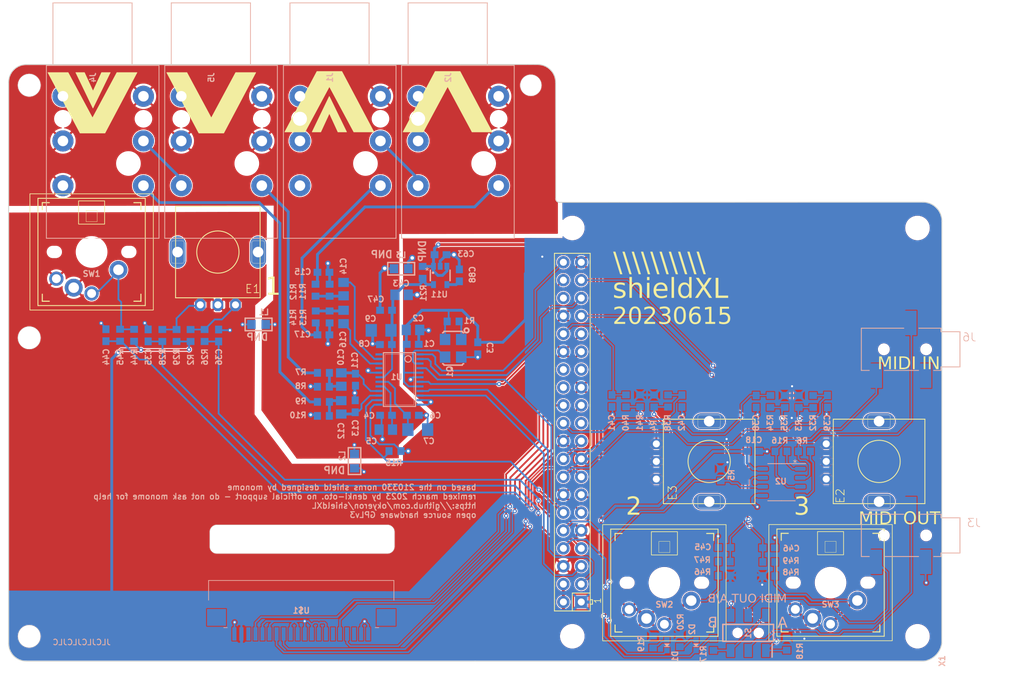
<source format=kicad_pcb>
(kicad_pcb (version 20240108) (generator "pcbnew") (generator_version "8.0")
  (title_block (title "ShieldXL") (company "Denki-Oto"))
  (layers (0 "F.Cu" signal) (31 "B.Cu" signal) (34 "B.Paste" user) (35 "F.Paste" user) (36 "B.SilkS" user "B.Silkscreen") (37 "F.SilkS" user "F.Silkscreen") (38 "B.Mask" user) (39 "F.Mask" user) (44 "Edge.Cuts" user))
  (net 0 "")
  (net 1 "/norns-shield-210330_1/INA")
  (net 2 "/norns-shield-210330_1/INB")
  (net 3 "+3V3")
  (net 4 "GND")
  (net 5 "/norns-shield-210330_1/LRCK")
  (net 6 "/norns-shield-210330_1/MCLK")
  (net 7 "/norns-shield-210330_1/OUTA")
  (net 8 "/norns-shield-210330_1/OUTB")
  (net 9 "/norns-shield-210330_1/R-CODEC")
  (net 10 "/norns-shield-210330_1/SCL")
  (net 11 "AGND")
  (net 12 "/norns-shield-210330_1/SCLK")
  (net 13 "/norns-shield-210330_1/SDA")
  (net 14 "/norns-shield-210330_1/SDIN")
  (net 15 "/norns-shield-210330_1/SDOUT")
  (net 16 "Net-(U1-VQ)")
  (net 17 "Net-(U1-FILT+)")
  (net 18 "/norns-shield-210330_1/A5V")
  (net 19 "Net-(C10-Pad2)")
  (net 20 "Net-(C12-Pad2)")
  (net 21 "+5V")
  (net 22 "Net-(C14-Pad2)")
  (net 23 "Net-(C15-Pad1)")
  (net 24 "Net-(C16-Pad2)")
  (net 25 "Net-(C17-Pad1)")
  (net 26 "Net-(U11-NR)")
  (net 27 "Net-(E1-PadA)")
  (net 28 "Net-(E1-PadB)")
  (net 29 "Net-(E2-PadA)")
  (net 30 "Net-(E2-PadB)")
  (net 31 "A1")
  (net 32 "B1")
  (net 33 "Net-(E3-PadA)")
  (net 34 "Net-(E3-PadB)")
  (net 35 "B2")
  (net 36 "A2")
  (net 37 "B3")
  (net 38 "A3")
  (net 39 "K1")
  (net 40 "K2")
  (net 41 "K3")
  (net 42 "O_RESET")
  (net 43 "O_DC")
  (net 44 "CE0")
  (net 45 "SCK")
  (net 46 "MOSI")
  (net 47 "Net-(D1-PadA)")
  (net 48 "MIDI_RX")
  (net 49 "Net-(Q1-OE)")
  (net 50 "Net-(SW1-PIN-1)")
  (net 51 "Net-(SW2-PIN-1)")
  (net 52 "Net-(SW3-PIN-1)")
  (net 61 "Net-(J1-PadR)")
  (net 67 "Net-(J4-PadR)")
  (net 70 "Net-(J4-PadT)")
  (net 71 "Net-(J5-PadT)")
  (net 72 "Net-(D2-PadA)")
  (net 73 "MIDI_TX")
  (net 74 "Net-(J3-TIP)")
  (net 75 "Net-(J3-RING)")
  (net 76 "Net-(J6-TIP)")
  (net 77 "Net-(J6-RING)")
  (net 78 "Net-(U2-ANODE_2)")
  (net 79 "Net-(U2-ANODE_1)")
  (net 80 "/norns-shield-210330_2/TIP1_5")
  (net 81 "/norns-shield-210330_2/RING1_4")
  (footprint "ShieldXL:Choc_MX_combo" (layer "F.Cu") (at 173.018135 128.813295)
    (property "Reference" "SW2")
    (property "Value" "PVA1" (hide yes))
    (fp_line (start -5.5 -0.8509) (end -5.0791 -0.8509) (stroke (width 0.01)) (layer "Edge.Cuts"))
    (fp_line (start -5.5 0.8509) (end -5.0791 0.8509) (stroke (width 0.01)) (layer "Edge.Cuts"))
    (fp_line (start 5.0791 -0.8518) (end 5.5 -0.8518) (stroke (width 0.01)) (layer "Edge.Cuts"))
    (fp_line (start 5.0791 0.85) (end 5.5 0.85) (stroke (width 0.01)) (layer "Edge.Cuts"))
    (fp_arc (start -5.5 0.8509) (mid -6.3509 0) (end -5.5 -0.8509) (stroke (width 0.01)) (layer "Edge.Cuts"))
    (fp_arc (start -5.0791 -0.8509) (mid -4.2282 0) (end -5.0791 0.8509) (stroke (width 0.01)) (layer "Edge.Cuts"))
    (fp_arc (start 5.0791 0.85) (mid 4.2282 -0.0009) (end 5.0791 -0.8518) (stroke (width 0.01)) (layer "Edge.Cuts"))
    (fp_arc (start 5.5 -0.8518) (mid 6.3509 -0.0009) (end 5.5 0.85) (stroke (width 0.01)) (layer "Edge.Cuts"))
  )
  (footprint "ShieldXL:PEC11RN" (layer "F.Cu") (at 203.495058 111.577585 -90)
    (property "Reference" "E2")
    (property "Value" "ENC")
    (fp_line (start -5.1 1.6) (end -6.3 1.6) (stroke (width 0.05)) (layer "Edge.Cuts"))
    (fp_line (start 6.33 1.6) (end 5.13 1.6) (stroke (width 0.05)) (layer "Edge.Cuts"))
    (fp_line (start -6.6 1.3) (end -6.6 -1.3) (stroke (width 0.05)) (layer "Edge.Cuts"))
    (fp_line (start 4.83 1.3) (end 4.83 -1.3) (stroke (width 0.05)) (layer "Edge.Cuts"))
    (fp_line (start -4.8 -1.3) (end -4.8 1.3) (stroke (width 0.05)) (layer "Edge.Cuts"))
    (fp_line (start 6.63 -1.3) (end 6.63 1.3) (stroke (width 0.05)) (layer "Edge.Cuts"))
    (fp_line (start -6.3 -1.6) (end -5.1 -1.6) (stroke (width 0.05)) (layer "Edge.Cuts"))
    (fp_line (start 5.13 -1.6) (end 6.33 -1.6) (stroke (width 0.05)) (layer "Edge.Cuts"))
    (fp_arc (start -6.3 1.6) (mid -6.512132 1.512132) (end -6.6 1.3) (stroke (width 0.05)) (layer "Edge.Cuts"))
    (fp_arc (start 5.13 1.6) (mid 4.917868 1.512132) (end 4.83 1.3) (stroke (width 0.05)) (layer "Edge.Cuts"))
    (fp_arc (start -4.8 1.3) (mid -4.887868 1.512132) (end -5.1 1.6) (stroke (width 0.05)) (layer "Edge.Cuts"))
    (fp_arc (start 6.63 1.3) (mid 6.542132 1.512132) (end 6.33 1.6) (stroke (width 0.05)) (layer "Edge.Cuts"))
    (fp_arc (start -6.6 -1.3) (mid -6.512132 -1.512132) (end -6.3 -1.6) (stroke (width 0.05)) (layer "Edge.Cuts"))
    (fp_arc (start 4.83 -1.3) (mid 4.917868 -1.512132) (end 5.13 -1.6) (stroke (width 0.05)) (layer "Edge.Cuts"))
    (fp_arc (start -5.1 -1.6) (mid -4.887868 -1.512132) (end -4.8 -1.3) (stroke (width 0.05)) (layer "Edge.Cuts"))
    (fp_arc (start 6.33 -1.6) (mid 6.542132 -1.512132) (end 6.63 -1.3) (stroke (width 0.05)) (layer "Edge.Cuts"))
  )
  (footprint "ShieldXL:Choc_MX_combo" (layer "F.Cu") (at 196.607718 128.795933)
    (property "Reference" "SW3")
    (property "Value" "PVA1" (hide yes))
    (fp_line (start -5.5 -0.8509) (end -5.0791 -0.8509) (stroke (width 0.01)) (layer "Edge.Cuts"))
    (fp_line (start -5.5 0.8509) (end -5.0791 0.8509) (stroke (width 0.01)) (layer "Edge.Cuts"))
    (fp_line (start 5.0791 -0.8518) (end 5.5 -0.8518) (stroke (width 0.01)) (layer "Edge.Cuts"))
    (fp_line (start 5.0791 0.85) (end 5.5 0.85) (stroke (width 0.01)) (layer "Edge.Cuts"))
    (fp_arc (start -5.5 0.8509) (mid -6.3509 0) (end -5.5 -0.8509) (stroke (width 0.01)) (layer "Edge.Cuts"))
    (fp_arc (start -5.0791 -0.8509) (mid -4.2282 0) (end -5.0791 0.8509) (stroke (width 0.01)) (layer "Edge.Cuts"))
    (fp_arc (start 5.0791 0.85) (mid 4.2282 -0.0009) (end 5.0791 -0.8518) (stroke (width 0.01)) (layer "Edge.Cuts"))
    (fp_arc (start 5.5 -0.8518) (mid 6.3509 -0.0009) (end 5.5 0.85) (stroke (width 0.01)) (layer "Edge.Cuts"))
  )
  (footprint "ShieldXL:Choc_MX_combo" (layer "F.Cu") (at 91.707658 81.816663)
    (property "Reference" "SW1")
    (property "Value" "PVA1" (hide yes))
    (fp_line (start -5.5 -0.8509) (end -5.0791 -0.8509) (stroke (width 0.01)) (layer "Edge.Cuts"))
    (fp_line (start -5.5 0.8509) (end -5.0791 0.8509) (stroke (width 0.01)) (layer "Edge.Cuts"))
    (fp_line (start 5.0791 -0.8518) (end 5.5 -0.8518) (stroke (width 0.01)) (layer "Edge.Cuts"))
    (fp_line (start 5.0791 0.85) (end 5.5 0.85) (stroke (width 0.01)) (layer "Edge.Cuts"))
    (fp_arc (start -5.5 0.8509) (mid -6.3509 0) (end -5.5 -0.8509) (stroke (width 0.01)) (layer "Edge.Cuts"))
    (fp_arc (start -5.0791 -0.8509) (mid -4.2282 0) (end -5.0791 0.8509) (stroke (width 0.01)) (layer "Edge.Cuts"))
    (fp_arc (start 5.0791 0.85) (mid 4.2282 -0.0009) (end 5.0791 -0.8518) (stroke (width 0.01)) (layer "Edge.Cuts"))
    (fp_arc (start 5.5 -0.8518) (mid 6.3509 -0.0009) (end 5.5 0.85) (stroke (width 0.01)) (layer "Edge.Cuts"))
  )
  (footprint "ShieldXL:PEC11RN" (layer "F.Cu") (at 109.631361 81.834032)
    (property "Reference" "E1")
    (property "Value" "ENC")
    (fp_line (start -6.6 1.3) (end -6.6 -1.3) (stroke (width 0.05)) (layer "Edge.Cuts"))
    (fp_line (start -6.3 -1.6) (end -5.1 -1.6) (stroke (width 0.05)) (layer "Edge.Cuts"))
    (fp_line (start -5.1 1.6) (end -6.3 1.6) (stroke (width 0.05)) (layer "Edge.Cuts"))
    (fp_line (start -4.8 -1.3) (end -4.8 1.3) (stroke (width 0.05)) (layer "Edge.Cuts"))
    (fp_line (start 4.83 1.3) (end 4.83 -1.3) (stroke (width 0.05)) (layer "Edge.Cuts"))
    (fp_line (start 5.13 -1.6) (end 6.33 -1.6) (stroke (width 0.05)) (layer "Edge.Cuts"))
    (fp_line (start 6.33 1.6) (end 5.13 1.6) (stroke (width 0.05)) (layer "Edge.Cuts"))
    (fp_line (start 6.63 -1.3) (end 6.63 1.3) (stroke (width 0.05)) (layer "Edge.Cuts"))
    (fp_arc (start -6.6 -1.3) (mid -6.512132 -1.512132) (end -6.3 -1.6) (stroke (width 0.05)) (layer "Edge.Cuts"))
    (fp_arc (start -6.3 1.6) (mid -6.512132 1.512132) (end -6.6 1.3) (stroke (width 0.05)) (layer "Edge.Cuts"))
    (fp_arc (start -5.1 -1.6) (mid -4.887868 -1.512132) (end -4.8 -1.3) (stroke (width 0.05)) (layer "Edge.Cuts"))
    (fp_arc (start -4.8 1.3) (mid -4.887868 1.512132) (end -5.1 1.6) (stroke (width 0.05)) (layer "Edge.Cuts"))
    (fp_arc (start 4.83 -1.3) (mid 4.917868 -1.512132) (end 5.13 -1.6) (stroke (width 0.05)) (layer "Edge.Cuts"))
    (fp_arc (start 5.13 1.6) (mid 4.917868 1.512132) (end 4.83 1.3) (stroke (width 0.05)) (layer "Edge.Cuts"))
    (fp_arc (start 6.33 -1.6) (mid 6.542132 -1.512132) (end 6.63 -1.3) (stroke (width 0.05)) (layer "Edge.Cuts"))
    (fp_arc (start 6.63 1.3) (mid 6.542132 1.512132) (end 6.33 1.6) (stroke (width 0.05)) (layer "Edge.Cuts"))
  )
  (footprint "ShieldXL:PEC11RN" (layer "F.Cu") (at 179.37652 111.581217 -90)
    (property "Reference" "E3")
    (property "Value" "ENC")
    (fp_line (start -5.1 1.6) (end -6.3 1.6) (stroke (width 0.05)) (layer "Edge.Cuts"))
    (fp_line (start 6.33 1.6) (end 5.13 1.6) (stroke (width 0.05)) (layer "Edge.Cuts"))
    (fp_line (start -6.6 1.3) (end -6.6 -1.3) (stroke (width 0.05)) (layer "Edge.Cuts"))
    (fp_line (start 4.83 1.3) (end 4.83 -1.3) (stroke (width 0.05)) (layer "Edge.Cuts"))
    (fp_line (start -4.8 -1.3) (end -4.8 1.3) (stroke (width 0.05)) (layer "Edge.Cuts"))
    (fp_line (start 6.63 -1.3) (end 6.63 1.3) (stroke (width 0.05)) (layer "Edge.Cuts"))
    (fp_line (start -6.3 -1.6) (end -5.1 -1.6) (stroke (width 0.05)) (layer "Edge.Cuts"))
    (fp_line (start 5.13 -1.6) (end 6.33 -1.6) (stroke (width 0.05)) (layer "Edge.Cuts"))
    (fp_arc (start -6.3 1.6) (mid -6.512132 1.512132) (end -6.6 1.3) (stroke (width 0.05)) (layer "Edge.Cuts"))
    (fp_arc (start 5.13 1.6) (mid 4.917868 1.512132) (end 4.83 1.3) (stroke (width 0.05)) (layer "Edge.Cuts"))
    (fp_arc (start -4.8 1.3) (mid -4.887868 1.512132) (end -5.1 1.6) (stroke (width 0.05)) (layer "Edge.Cuts"))
    (fp_arc (start 6.63 1.3) (mid 6.542132 1.512132) (end 6.33 1.6) (stroke (width 0.05)) (layer "Edge.Cuts"))
    (fp_arc (start -6.6 -1.3) (mid -6.512132 -1.512132) (end -6.3 -1.6) (stroke (width 0.05)) (layer "Edge.Cuts"))
    (fp_arc (start 4.83 -1.3) (mid 4.917868 -1.512132) (end 5.13 -1.6) (stroke (width 0.05)) (layer "Edge.Cuts"))
    (fp_arc (start -5.1 -1.6) (mid -4.887868 -1.512132) (end -4.8 -1.3) (stroke (width 0.05)) (layer "Edge.Cuts"))
    (fp_arc (start 6.33 -1.6) (mid 6.542132 -1.512132) (end 6.63 -1.3) (stroke (width 0.05)) (layer "Edge.Cuts"))
  )
  (footprint "ShieldXL:RASPI_BOARD_B+_EDGES_3DRILL" (layer "F.Cu") (at 212.44836 139.916589 90)
    (property "Reference" "X1")
    (property "Value" "RASPI_BOARD_B+#_E3" (hide yes))
  )
  (footprint "ShieldXL:R0603" (layer "B.Cu") (at 125.499534 87.251063 90)
    (property "Reference" "R11")
    (property "Value" "10k" (hide yes))
  )
  (footprint "ShieldXL:R0603" (layer "B.Cu") (at 123.496633 87.251063 90)
    (property "Reference" "R12")
    (property "Value" "590" (hide yes))
  )
  (footprint "ShieldXL:R0603" (layer "B.Cu") (at 95.750468 93.648909 -90)
    (property "Reference" "R45")
    (property "Value" "10k" (hide yes))
  )
  (footprint "ShieldXL:L0805" (layer "B.Cu") (at 115.410222 92.119801 180)
    (property "Reference" "L1")
    (property "Value" "DNP" (hide yes))
  )
  (footprint "ShieldXL:R0603" (layer "B.Cu") (at 181.516959 125.806766)
    (property "Reference" "R47")
    (property "Value" "10k" (hide yes))
  )
  (footprint "ShieldXL:R0603" (layer "B.Cu") (at 103.765542 93.688988 -90)
    (property "Reference" "R29")
    (property "Value" "10k" (hide yes))
  )
  (footprint "ShieldXL:R0603" (layer "B.Cu") (at 190.3851 137.54801 90)
    (property "Reference" "R18")
    (property "Value" "47Ω" (hide yes))
  )
  (footprint "ShieldXL:C0603" (layer "B.Cu") (at 133.506299 90.104696 180)
    (property "Reference" "C47")
    (property "Value" "100n" (hide yes))
  )
  (footprint "ShieldXL:ASF" (layer "B.Cu") (at 143.031299 95.502196 -90)
    (property "Reference" "Q1")
    (property "Value" "ASFL1-12.288MHZ-LCS-T" (hide yes))
  )
  (footprint "ShieldXL:R0603" (layer "B.Cu") (at 123.524087 91.055238 -90)
    (property "Reference" "R14")
    (property "Value" "590" (hide yes))
  )
  (footprint "ShieldXL:C0603" (layer "B.Cu") (at 124.616299 84.707196)
    (property "Reference" "C15")
    (property "Value" "2700p COG" (hide yes))
  )
  (footprint "ShieldXL:C0603" (layer "B.Cu") (at 133.506299 105.027196 180)
    (property "Reference" "C4")
    (property "Value" "100n" (hide yes))
  )
  (footprint "ShieldXL:L0805" (layer "B.Cu") (at 129.032675 111.53253 -90)
    (property "Reference" "L2")
    (property "Value" "DNP" (hide yes))
  )
  (footprint "ShieldXL:R0603" (layer "B.Cu") (at 171.561104 102.989046 90)
    (property "Reference" "R4")
    (property "Value" "10k" (hide yes))
  )
  (footprint "ShieldXL:C0603" (layer "B.Cu") (at 187.833412 123.852122)
    (property "Reference" "C46")
    (property "Value" "10n" (hide yes))
  )
  (footprint "ShieldXL:R0603" (layer "B.Cu") (at 171.408742 137.227766 90)
    (property "Reference" "R19")
    (property "Value" "47Ω" (hide yes))
  )
  (footprint "ShieldXL:C0805" (layer "B.Cu") (at 137.333754 92.897661)
    (property "Reference" "C2")
    (property "Value" "10u" (hide yes))
  )
  (footprint "ShieldXL:R0603" (layer "B.Cu") (at 173.534028 102.989046 90)
    (property "Reference" "R38")
    (property "Value" "10k" (hide yes))
  )
  (footprint "ShieldXL:R0603" (layer "B.Cu") (at 125.492908 91.055238 -90)
    (property "Reference" "R13")
    (property "Value" "10k" (hide yes))
  )
  (footprint "ShieldXL:Jack_6.35mm_Neutrik_NRJ6HF_Horizontal" (layer "B.Cu") (at 149.491373 72.402122 90)
    (property "Reference" "J2")
    (property "Value" "NRJ6HF" (hide yes))
  )
  (footprint "ShieldXL:R0603" (layer "B.Cu") (at 190.096484 103.064786 90)
    (property "Reference" "R35")
    (property "Value" "10k" (hide yes))
  )
  (footprint "ShieldXL:C0603" (layer "B.Cu") (at 186.04994 103.058692 -90)
    (property "Reference" "C38")
    (property "Value" "10n" (hide yes))
  )
  (footprint "ShieldXL:R0603" (layer "B.Cu") (at 189.566637 110.142716)
    (property "Reference" "R16")
    (property "Value" "220Ω" (hide yes))
  )
  (footprint "ShieldXL:R0603" (layer "B.Cu") (at 187.83752 125.855705 180)
    (property "Reference" "R49")
    (property "Value" "10k" (hide yes))
  )
  (footprint "ShieldXL:C0603" (layer "B.Cu") (at 185.617867 110.129127 180)
    (property "Reference" "C18")
    (property "Value" "100n" (hide yes))
  )
  (footprint "ShieldXL:C0805" (layer "B.Cu") (at 127.473799 91.057196 90)
    (property "Reference" "C16")
    (property "Value" "3.3u" (hide yes))
  )
  (footprint "ShieldXL:C0603" (layer "B.Cu") (at 109.73877 93.688988 90)
    (property "Reference" "C36")
    (property "Value" "10n" (hide yes))
  )
  (footprint "ShieldXL:R0603" (layer "B.Cu") (at 188.072828 103.058692 90)
    (property "Reference" "R34")
    (property "Value" "10k" (hide yes))
  )
  (footprint "ShieldXL:CHIPLED_0603_NOOUTLINE" (layer "B.Cu") (at 173.377812 137.687216)
    (property "Reference" "D1")
    (property "Value" "RED" (hide yes))
  )
  (footprint "ShieldXL:C1206" (layer "B.Cu") (at 138.007072 107.059485)
    (property "Reference" "C7")
    (property "Value" "47u" (hide yes))
  )
  (footprint "ShieldXL:LUOYANG-DISHANG_PJ-320B" (layer "B.Cu") (at 210.176863 95.65026 180)
    (property "Reference" "J6")
    (property "Value" "PJ-320B")
  )
  (footprint "ShieldXL:SOP250P600X400-6N" (layer "B.Cu") (at 184.913475 135.933795 90)
    (property "Reference" "S1")
    (property "Value" "EG1390B" (hide yes))
  )
  (footprint "ShieldXL:Jack_6.35mm_Neutrik_NRJ6HF_Horizontal" (layer "B.Cu") (at 132.71274 72.402122 90)
    (property "Reference" "J1")
    (property "Value" "NRJ6HF" (hide yes))
  )
  (footprint "ShieldXL:R0603" (layer "B.Cu") (at 175.21561 137.052738 90)
    (property "Reference" "R20")
    (property "Value" "15Ω" (hide yes))
  )
  (footprint "ShieldXL:Jack_6.35mm_Neutrik_NRJ6HF_Horizontal" (layer "B.Cu") (at 99.066853 72.402122 90)
    (property "Reference" "J4")
    (property "Value" "NRJ6HF" (hide yes))
  )
  (footprint "ShieldXL:LUOYANG-DISHANG_PJ-320B" (layer "B.Cu") (at 210.176863 122.086142 180)
    (property "Reference" "J3")
    (property "Value" "PJ-320B")
  )
  (footprint "ShieldXL:C0603" (layer "B.Cu") (at 133.489877 94.975201 180)
    (property "Reference" "C8")
    (property "Value" "100n" (hide yes))
  )
  (footprint "ShieldXL:C0805" (layer "B.Cu") (at 133.472706 107.059485 180)
    (property "Reference" "C5")
    (property "Value" "10u" (hide yes))
  )
  (footprint "ShieldXL:R0603" (layer "B.Cu") (at 134.776299 110.107196)
    (property "Reference" "R15")
    (property "Value" "10k" (hide yes))
  )
  (footprint "ShieldXL:R0603" (layer "B.Cu") (at 192.106996 103.064442 90)
    (property "Reference" "R3")
    (property "Value" "10k" (hide yes))
  )
  (footprint "ShieldXL:C0603" (layer "B.Cu") (at 143.914781 85.142998 90)
    (property "Reference" "C88")
    (property "Value" "10n" (hide yes))
  )
  (footprint "ShieldXL:R0603" (layer "B.Cu") (at 179.98354 137.571176 90)
    (property "Reference" "R17")
    (property "Value" "47Ω" (hide yes))
  )
  (footprint "ShieldXL:R0603" (layer "B.Cu") (at 124.608689 105.109816 180)
    (property "Reference" "R10")
    (property "Value" "10k" (hide yes))
  )
  (footprint "ShieldXL:C0603" (layer "B.Cu") (at 181.523244 123.801842 180)
    (property "Reference" "C45")
    (property "Value" "10n" (hide yes))
  )
  (footprint "ShieldXL:R0603" (layer "B.Cu") (at 101.746385 93.686619 -90)
    (property "Reference" "R28")
    (property "Value" "10k" (hide yes))
  )
  (footprint "ShieldXL:F-FPC1M20P-B310" (layer "B.Cu") (at 120.9881 132.768132 90)
    (property "Reference" "U$1")
    (property "Value" "OLED128X64" (hide yes))
  )
  (footprint "ShieldXL:C0603" (layer "B.Cu") (at 137.316299 105.027196)
    (property "Reference" "C6")
    (property "Value" "100n" (hide yes))
  )
  (footprint "ShieldXL:L0805" (layer "B.Cu") (at 135.651771 84.204101)
    (property "Reference" "L3")
    (property "Value" "FERRITE" (hide yes))
  )
  (footprint "ShieldXL:C0603" (layer "B.Cu") (at 93.739259 93.648909 90)
    (property "Reference" "C44")
    (property "Value" "10n" (hide yes))
  )
  (footprint "ShieldXL:C0603" (layer "B.Cu") (at 129.129723 103.744976 90)
    (property "Reference" "C13")
    (property "Value" "220p COG" (hide yes))
  )
  (footprint "ShieldXL:C0603" (layer "B.Cu") (at 165.576567 102.972605 -90)
    (property "Reference" "C41")
    (property "Value" "10n" (hide yes))
  )
  (footprint "ShieldXL:R0603" (layer "B.Cu") (at 97.736537 93.661479 90)
    (property "Reference" "R44")
    (property "Value" "10k" (hide yes))
  )
  (footprint "ShieldXL:R0603" (layer "B.Cu") (at 167.565933 102.972605 90)
    (property "Reference" "R40")
    (property "Value" "10k" (hide yes))
  )
  (footprint "ShieldXL:SSOP-8_3.9x5.05mm_P1.27mm" (layer "B.Cu") (at 189.643221 114.532556 180)
    (property "Reference" "U2")
    (property "Value" "HCPL-0631-500E" (hide yes))
  )
  (footprint "ShieldXL:C0603" (layer "B.Cu") (at 175.506953 103.005487 -90)
    (property "Reference" "C42")
    (property "Value" "10n" (hide yes))
  )
  (footprint "ShieldXL:R0603" (layer "B.Cu") (at 194.129885 103.064442 90)
    (property "Reference" "R32")
    (property "Value" "10k" (hide yes))
  )
  (footprint "ShieldXL:C0603" (layer "B.Cu") (at 99.735176 93.674049 90)
    (property "Reference" "C35")
    (property "Value" "10n" (hide yes))
  )
  (footprint "ShieldXL:R0603" (layer "B.Cu") (at 143.031299 91.692196)
    (property "Reference" "R1")
    (property "Value" "10k" (hide yes))
  )
  (footprint "ShieldXL:C0805" (layer "B.Cu") (at 127.156299 99.947196 -90)
    (property "Reference" "C10")
    (property "Value" "10u" (hide yes))
  )
  (footprint "ShieldXL:R0603" (layer "B.Cu") (at 107.747694 93.688988 -90)
    (property "Reference" "R26")
    (property "Value" "10k" (hide yes))
  )
  (footprint "ShieldXL:C0805" (layer "B.Cu") (at 127.14349 103.895888 90)
    (property "Reference" "C12")
    (property "Value" "10u" (hide yes))
  )
  (footprint "ShieldXL:C0603" (layer "B.Cu") (at 124.616299 93.597196)
    (property "Reference" "C17")
    (property "Value" "2700p COG" (hide yes))
  )
  (footprint "ShieldXL:R0603" (layer "B.Cu") (at 138.69756 84.721646 -90)
    (property "Reference" "R21")
    (property "Value" "DNP" (hide yes))
  )
  (footprint "ShieldXL:C0805" (layer "B.Cu") (at 135.71151 87.907928)
    (property "Reference" "C43")
    (property "Value" "10u" (hide yes))
  )
  (footprint "ShieldXL:C0603" (layer "B.Cu") (at 146.523799 95.502196 -90)
    (property "Reference" "C3")
    (property "Value" "10n" (hide yes))
  )
  (footprint "ShieldXL:C1206" (layer "B.Cu") (at 132.80557 92.956493 180)
    (property "Reference" "C9")
    (property "Value" "47u" (hide yes))
  )
  (footprint "ShieldXL:C0805" (layer "B.Cu") (at 127.47901 87.098795 -90)
    (property "Reference" "C14")
    (property "Value" "3.3u" (hide yes))
  )
  (footprint "ShieldXL:TSSOP24" (layer "B.Cu") (at 135.411299 99.947196 -90)
    (property "Reference" "U1")
    (property "Value" "CS4270" (hide yes))
  )
  (footprint "ShieldXL:R0603" (layer "B.Cu") (at 124.616299 98.994696 180)
    (property "Reference" "R7")
    (property "Value" "4.99k" (hide yes))
  )
  (footprint "ShieldXL:R0603" (layer "B.Cu") (at 181.523244 127.811689 180)
    (property "Reference" "R46")
    (property "Value" "10k" (hide yes))
  )
  (footprint "ShieldXL:R0603" (layer "B.Cu") (at 124.608689 100.96655 180)
    (property "Reference" "R8")
    (property "Value" "10k" (hide yes))
  )
  (footprint "ShieldXL:R0603" (layer "B.Cu") (at 124.616299 103.122196 180)
    (property "Reference" "R9")
    (property "Value" "4.99k" (hide yes))
  )
  (footprint "ShieldXL:C0603" (layer "B.Cu") (at 137.301821 94.94131)
    (property "Reference" "C1")
    (property "Value" "100n" (hide yes))
  )
  (footprint "ShieldXL:R0603" (layer "B.Cu") (at 187.833412 127.86197)
    (property "Reference" "R48")
    (property "Value" "10k" (hide yes))
  )
  (footprint "ShieldXL:C0603" (layer "B.Cu") (at 196.164959 103.052256 -90)
    (property "Reference" "C39")
    (property "Value" "10n" (hide yes))
  )
  (footprint "ShieldXL:R0603" (layer "B.Cu") (at 192.899526 110.142716)
    (property "Reference" "R6")
    (property "Value" "220Ω" (hide yes))
  )
  (footprint "ShieldXL:C0603" (layer "B.Cu") (at 141.241582 82.212046)
    (property "Reference" "C63")
    (property "Value" "100n" (hide yes))
  )
  (footprint "ShieldXL:Jack_6.35mm_Neutrik_NRJ6HF_Horizontal" (layer "B.Cu") (at 115.868103 72.402122 90)
    (property "Reference" "J5")
    (property "Value" "NRJ6HF" (hide yes))
  )
  (footprint "ShieldXL:R0603" (layer "B.Cu") (at 105.756618 93.688988 -90)
    (property "Reference" "R2")
    (property "Value" "10k" (hide yes))
  )
  (footprint "ShieldXL:C0603" (layer "B.Cu") (at 129.165092 99.965693 -90)
    (property "Reference" "C11")
    (property "Value" "220p COG" (hide yes))
  )
  (footprint "ShieldXL:R0603" (layer "B.Cu") (at 169.563176 102.977539 90)
    (property "Reference" "R41")
    (property "Value" "10k" (hide yes))
  )
  (footprint "ShieldXL:R0603" (layer "B.Cu") (at 181.029344 113.491203 90)
    (property "Reference" "R5")
    (property "Value" "470Ω" (hide yes))
  )
  (footprint "ShieldXL:SSOP5" (layer "B.Cu") (at 141.191519 85.156372)
    (property "Reference" "U11")
    (property "Value" "TPS793475DBVR" (hide yes))
  )
  (footprint "ShieldXL:CHIPLED_0603_NOOUTLINE" (layer "B.Cu") (at 177.515241 137.687216)
    (property "Reference" "D2")
    (property "Value" "BLUE" (hide yes))
  )
  (gr_circle (center 144.936299 92.962196) (end 144.936299 92.644696) (stroke (width 0.254)) (fill none) (layer "B.SilkS"))
  (gr_poly (pts (xy 131.777083 64.770862) (xy 128.928401 64.770862) (xy 125.463524 58.317594) (xy 121.998564 64.770862) (xy 119.138283 64.770862) (xy 123.696153 56.178199) (xy 127.230812 56.178199)) (stroke (width 0.079374)) (fill solid) (layer "F.SilkS"))
  (gr_poly (pts (xy 148.562881 64.770862) (xy 145.714181 64.770862) (xy 142.249313 58.317594) (xy 138.784353 64.770862) (xy 135.924081 64.770862) (xy 140.481942 56.178199) (xy 144.016592 56.178199)) (stroke (width 0.079374)) (fill solid) (layer "F.SilkS"))
  (gr_poly (pts (xy 127.902958 64.770464) (xy 126.67725 64.770464) (xy 125.461219 62.120369) (xy 124.240364 64.770464) (xy 123.019563 64.770464) (xy 125.451533 59.727135)) (stroke (width 0.079374)) (fill solid) (layer "F.SilkS"))
  (gr_poly (pts (xy 91.909601 58.983988) (xy 93.125627 56.333898) (xy 94.351335 56.333898) (xy 91.899919 61.377222) (xy 89.467949 56.333898) (xy 90.688736 56.333898)) (stroke (width 0.079374)) (fill solid) (layer "F.SilkS"))
  (gr_poly (pts (xy 108.698317 62.787276) (xy 112.163194 56.334008) (xy 115.011885 56.334008) (xy 110.4656 64.926671) (xy 106.930955 64.926671) (xy 102.373085 56.334008) (xy 105.233357 56.334008)) (stroke (width 0.079374)) (fill solid) (layer "F.SilkS"))
  (gr_poly (pts (xy 91.836376 62.787276) (xy 95.301253 56.334008) (xy 98.149939 56.334008) (xy 93.603655 64.926671) (xy 90.06901 64.926671) (xy 85.511139 56.334008) (xy 88.371421 56.334008)) (stroke (width 0.079374)) (fill solid) (layer "F.SilkS"))
  (gr_line (start 133.701212 124.657802) (end 109.493236 124.657802) (stroke (width 0.05)) (layer "Edge.Cuts"))
  (gr_line (start 108.493236 123.657802) (end 108.493236 121.598655) (stroke (width 0.05)) (layer "Edge.Cuts"))
  (gr_circle (center 82.855181 94.01862) (end 84.455181 94.01862) (stroke (width 0.05)) (fill none) (layer "Edge.Cuts"))
  (gr_curve (pts (xy 212.411447 77.439136) (xy 212.412481 76.696374) (xy 212.112413 76.023547) (xy 211.62631 75.536066)) (stroke (width 0.127)) (layer "Edge.Cuts"))
  (gr_line (start 157.586886 65.988845) (end 157.579996 57.71252) (stroke (width 0.127)) (layer "Edge.Cuts"))
  (gr_line (start 146.159505 139.947982) (end 209.893082 139.947982) (stroke (width 0.127)) (layer "Edge.Cuts"))
  (gr_line (start 154.368478 55.187954) (end 153.591265 55.190882) (stroke (width 0.127)) (layer "Edge.Cuts"))
  (gr_curve (pts (xy 211.62631 75.536066) (xy 211.140207 75.048585) (xy 210.468069 74.74645) (xy 209.725306 74.745416)) (stroke (width 0.127)) (layer "Edge.Cuts"))
  (gr_arc (start 133.701212 120.598655) (mid 134.408321 120.89154) (end 134.701212 121.598655) (stroke (width 0.05)) (layer "Edge.Cuts"))
  (gr_curve (pts (xy 157.579996 57.71252) (xy 157.57948 57.022811) (xy 157.299738 56.398732) (xy 156.847741 55.946736)) (stroke (width 0.127)) (layer "Edge.Cuts"))
  (gr_circle (center 154.064376 58.143738) (end 155.564376 58.143738) (stroke (width 0.05)) (fill none) (layer "Edge.Cuts"))
  (gr_line (start 82.425755 139.947982) (end 146.159505 139.947982) (stroke (width 0.127)) (layer "Edge.Cuts"))
  (gr_line (start 155.074034 55.193466) (end 154.368478 55.187954) (stroke (width 0.127)) (layer "Edge.Cuts"))
  (gr_circle (center 82.855181 58.1373) (end 84.455181 58.1373) (stroke (width 0.05)) (fill none) (layer "Edge.Cuts"))
  (gr_line (start 153.591265 55.190882) (end 82.42765 55.202768) (stroke (width 0.127)) (layer "Edge.Cuts"))
  (gr_curve (pts (xy 157.593777 74.26517) (xy 157.593777 74.405385) (xy 157.650621 74.532337) (xy 157.742605 74.624149)) (stroke (width 0.127)) (layer "Edge.Cuts"))
  (gr_curve (pts (xy 211.551896 139.106862) (xy 211.990801 138.667957) (xy 212.293625 138.092798) (xy 212.393188 137.448221)) (stroke (width 0.127)) (layer "Edge.Cuts"))
  (gr_curve (pts (xy 79.925822 137.44512) (xy 79.925477 138.135862) (xy 80.205047 138.761491) (xy 80.657388 139.214349)) (stroke (width 0.127)) (layer "Edge.Cuts"))
  (gr_curve (pts (xy 157.742605 74.624149) (xy 157.834417 74.716133) (xy 157.961368 74.772977) (xy 158.103306 74.772977)) (stroke (width 0.127)) (layer "Edge.Cuts"))
  (gr_curve (pts (xy 156.847741 55.946736) (xy 156.395572 55.494912) (xy 155.763742 55.19381) (xy 155.074034 55.193466)) (stroke (width 0.127)) (layer "Edge.Cuts"))
  (gr_arc (start 108.493236 121.598655) (mid 108.78611 120.891512) (end 109.493236 120.598655) (stroke (width 0.05)) (layer "Edge.Cuts"))
  (gr_arc (start 134.701212 123.657802) (mid 134.408317 124.364898) (end 133.701212 124.657802) (stroke (width 0.05)) (layer "Edge.Cuts"))
  (gr_line (start 212.393188 137.448221) (end 212.411447 77.439136) (stroke (width 0.127)) (layer "Edge.Cuts"))
  (gr_curve (pts (xy 209.893082 139.947982) (xy 210.53766 139.848419) (xy 211.112991 139.545767) (xy 211.551896 139.106862)) (stroke (width 0.127)) (layer "Edge.Cuts"))
  (gr_arc (start 109.493236 124.657802) (mid 108.786135 124.364906) (end 108.493236 123.657802) (stroke (width 0.05)) (layer "Edge.Cuts"))
  (gr_line (start 134.701212 121.598655) (end 134.701212 123.657802) (stroke (width 0.05)) (layer "Edge.Cuts"))
  (gr_line (start 209.725306 74.745416) (end 158.103306 74.772977) (stroke (width 0.127)) (layer "Edge.Cuts"))
  (gr_line (start 79.9272 57.705457) (end 79.926511 97.575375) (stroke (width 0.127)) (layer "Edge.Cuts"))
  (gr_line (start 79.926511 97.575375) (end 79.925822 137.44512) (stroke (width 0.127)) (layer "Edge.Cuts"))
  (gr_curve (pts (xy 80.661349 55.930716) (xy 80.208836 56.381679) (xy 79.928405 57.005241) (xy 79.9272 57.705457)) (stroke (width 0.127)) (layer "Edge.Cuts"))
  (gr_line (start 109.493236 120.598655) (end 133.701212 120.598655) (stroke (width 0.05)) (layer "Edge.Cuts"))
  (gr_curve (pts (xy 80.657388 139.214349) (xy 81.109901 139.667207) (xy 81.735013 139.947638) (xy 82.425755 139.947982)) (stroke (width 0.127)) (layer "Edge.Cuts"))
  (gr_line (start 157.593777 74.26517) (end 157.586886 65.988845) (stroke (width 0.127)) (layer "Edge.Cuts"))
  (gr_curve (pts (xy 82.42765 55.202768) (xy 81.738286 55.201562) (xy 81.113863 55.479753) (xy 80.661349 55.930716)) (stroke (width 0.127)) (layer "Edge.Cuts"))
  (gr_circle (center 82.855181 136.428473) (end 84.455181 136.428473) (stroke (width 0.05)) (fill none) (layer "Edge.Cuts"))
  (gr_text "B" (at 180.576336 135.42907 0) (layer "B.SilkS") (effects (font (size 1.5 1.5) (thickness 0.1)) (justify left bottom mirror)))
  (gr_text "*" (at 192.008908 112.457762 0) (layer "B.SilkS") (effects (font (size 1 1) (thickness 0.1)) (justify left bottom mirror)))
  (gr_text "JLCJLCJLCJLC" (at 94.501634 137.730499 0) (layer "B.SilkS") (effects (font (size 0.8 0.8) (thickness 0.125) (bold yes)) (justify left bottom mirror)))
  (gr_text "DNP" (at 127.817792 113.43753 0) (layer "B.SilkS") (effects (font (size 1 1) (thickness 0.2) (bold yes)) (justify left bottom mirror)))
  (gr_text "DNP" (at 139.237897 80.038722 90) (layer "B.SilkS") (effects (font (size 1 1) (thickness 0.2) (bold yes)) (justify left bottom mirror)))
  (gr_text "MIDI OUT A/B" (at 184.784456 131.817497 0) (layer "B.SilkS") (effects (font (size 1.2 1.2) (thickness 0.1)) (justify bottom mirror)))
  (gr_text "DNP" (at 116.882965 94.491284 0) (layer "B.SilkS") (effects (font (size 1 1) (thickness 0.2) (bold yes)) (justify left bottom mirror)))
  (gr_text "based on the 210330 norns shield designed by monome \nremixed march 2023 by denki-oto. no official support - do not ask monome for help\nhttps://github.com/okyeron/shieldXL\nopen source hardware GPLv3" (at 146.41458 119.648644 0) (layer "B.SilkS") (effects (font (size 0.8128 0.8128)) (justify left bottom mirror)))
  (gr_text "DNP" (at 134.53045 82.763368 0) (layer "B.SilkS") (effects (font (size 1 1) (thickness 0.2) (bold yes)) (justify left bottom mirror)))
  (gr_text "A" (at 190.506139 135.42907 0) (layer "B.SilkS") (effects (font (size 1.5 1.5) (thickness 0.1)) (justify left bottom mirror)))
  (gr_text "*" (at 139.791519 85.156372 0) (layer "B.SilkS") (effects (font (size 1 1) (thickness 0.1)) (justify left bottom mirror)))
  (gr_text "20230615" (at 165.662966 92.447399 0) (layer "F.SilkS") (effects (font (size 2.3876 2.3876) (thickness 0.29845)) (justify left bottom)))
  (gr_text "1" (at 116.32915 88.334032 0) (layer "F.SilkS") (effects (font (size 2.54 2.54) (thickness 0.254)) (justify left bottom)))
  (gr_text "3" (at 191.393869 119.582132 0) (layer "F.SilkS") (effects (font (size 2.54 2.54) (thickness 0.254)) (justify left bottom)))
  (gr_text "MIDI IN" (at 203.259261 98.772475 0) (layer "F.SilkS") (effects (font (size 1.778 1.778) (thickness 0.127)) (justify left bottom)))
  (gr_text "shieldXL" (at 165.662966 88.82079 0) (layer "F.SilkS") (effects (font (size 2.794 2.794) (thickness 0.2667)) (justify left bottom)))
  (gr_text "\\\\\\\\\\\\\\\\\\\\" (at 165.742835 85.103516 0) (layer "F.SilkS") (effects (font (size 2.794 2.794) (thickness 0.2667)) (justify left bottom)))
  (gr_text "MIDI OUT" (at 200.584196 120.789684 0) (layer "F.SilkS") (effects (font (size 1.778 1.778) (thickness 0.127)) (justify left bottom)))
  (gr_text "2" (at 167.54523 119.582132 0) (layer "F.SilkS") (effects (font (size 2.54 2.54) (thickness 0.254)) (justify left bottom)))
  (segment (start 129.046595 98.997196) (end 129.165092 99.115693) (width 0.4064) (layer "B.Cu") (net 1))
  (segment (start 127.156299 98.997196) (end 129.046595 98.997196) (width 0.4064) (layer "B.Cu") (net 1))
  (segment (start 130.331299 99.947196) (end 129.696299 99.312196) (width 0.254) (layer "B.Cu") (net 1))
  (segment (start 130.331299 100.582196) (end 130.331299 99.947196) (width 0.254) (layer "B.Cu") (net 1))
  (segment (start 132.493499 101.572196) (end 131.321299 101.572196) (width 0.254) (layer "B.Cu") (net 1))
  (segment (start 129.696299 99.312196) (end 129.361595 99.312196) (width 0.254) (layer "B.Cu") (net 1))
  (segment (start 129.361595 99.312196) (end 129.165092 99.115693) (width 0.254) (layer "B.Cu") (net 1))
  (segment (start 131.321299 101.572196) (end 130.331299 100.582196) (width 0.254) (layer "B.Cu") (net 1))
  (segment (start 129.332503 104.392196) (end 129.129723 104.594976) (width 0.254) (layer "B.Cu") (net 2))
  (segment (start 130.013799 103.439696) (end 130.013799 104.074696) (width 0.254) (layer "B.Cu") (net 2))
  (segment (start 127.14349 104.845888) (end 128.878811 104.845888) (width 0.4064) (layer "B.Cu") (net 2))
  (segment (start 128.878811 104.845888) (end 129.129723 104.594976) (width 0.4064) (layer "B.Cu") (net 2))
  (segment (start 130.013799 104.074696) (end 129.696299 104.392196) (width 0.254) (layer "B.Cu") (net 2))
  (segment (start 132.493499 102.222196) (end 131.231299 102.222196) (width 0.254) (layer "B.Cu") (net 2))
  (segment (start 131.231299 102.222196) (end 130.013799 103.439696) (width 0.254) (layer "B.Cu") (net 2))
  (segment (start 129.696299 104.392196) (end 129.332503 104.392196) (width 0.254) (layer "B.Cu") (net 2))
  (segment (start 98.719476 95.736373) (end 105.487634 95.736373) (width 0.254) (layer "F.Cu") (net 3))
  (segment (start 162.972611 82.491247) (end 161.993905 81.512541) (width 0.4064) (layer "F.Cu") (net 3))
  (segment (start 98.695824 95.712721) (end 98.719476 95.736373) (width 0.4064) (layer "F.Cu") (net 3))
  (segment (start 161.21836 111.226589) (end 162.972611 109.472338) (width 0.4064) (layer "F.Cu") (net 3))
  (segment (start 186.901713 130.773911) (end 186.901713 129.09448) (width 0.4064) (layer "F.Cu") (net 3))
  (segment (start 156.66431 81.512541) (end 155.685604 82.491247) (width 0.4064) (layer "F.Cu") (net 3))
  (segment (start 162.972611 109.472338) (end 162.972611 82.491247) (width 0.4064) (layer "F.Cu") (net 3))
  (segment (start 191.101837 100.940768) (end 191.143914 100.898691) (width 0.4064) (layer "F.Cu") (net 3))
  (segment (start 181.853191 111.576148) (end 181.853191 108.399223) (width 0.4064) (layer "F.Cu") (net 3))
  (segment (start 95.881675 95.712721) (end 98.695824 95.712721) (width 0.4064) (layer "F.Cu") (net 3))
  (segment (start 181.973795 111.696752) (end 181.853191 111.576148) (width 0.4064) (layer "F.Cu") (net 3))
  (segment (start 156.755256 81.512541) (end 156.66431 81.512541) (width 0.4064) (layer "F.Cu") (net 3))
  (segment (start 105.487634 95.736373) (end 105.541997 95.68201) (width 0.254) (layer "F.Cu") (net 3))
  (segment (start 161.993905 81.512541) (end 156.755256 81.512541) (width 0.4064) (layer "F.Cu") (net 3))
  (segment (start 192.890629 136.762827) (end 186.901713 130.773911) (width 0.4064) (layer "F.Cu") (net 3))
  (segment (start 191.101837 105.401015) (end 191.101837 100.940768) (width 0.4064) (layer "F.Cu") (net 3))
  (segment (start 95.437303 96.157093) (end 95.881675 95.712721) (width 0.4064) (layer "F.Cu") (net 3))
  (via (at 98.719476 95.736373) (size 0.6) (drill 0.3) (layers "F.Cu" "B.Cu") (net 3))
  (via (at 191.101837 105.401015) (size 0.6) (drill 0.3) (layers "F.Cu" "B.Cu") (net 3))
  (via (at 155.685604 82.491247) (size 0.6) (drill 0.3) (layers "F.Cu" "B.Cu") (net 3))
  (via (at 105.541997 95.68201) (size 0.6) (drill 0.3) (layers "F.Cu" "B.Cu") (net 3))
  (via (at 191.143914 100.898691) (size 0.6) (drill 0.3) (layers "F.Cu" "B.Cu") (net 3))
  (via (at 186.901713 129.09448) (size 0.6) (drill 0.3) (layers "F.Cu" "B.Cu") (net 3))
  (via (at 192.890629 136.762827) (size 0.6) (drill 0.3) (layers "F.Cu" "B.Cu") (net 3))
  (via (at 181.973795 111.696752) (size 0.6) (drill 0.3) (layers "F.Cu" "B.Cu") (net 3))
  (via (at 95.437303 96.157093) (size 0.6) (drill 0.3) (layers "F.Cu" "B.Cu") (net 3))
  (via (at 181.853191 108.399223) (size 0.6) (drill 0.3) (layers "F.Cu" "B.Cu") (net 3))
  (segment (start 136.383754 92.897661) (end 136.383754 92.307241) (width 0.4064) (layer "B.Cu") (net 3))
  (segment (start 171.668996 136.117512) (end 175.130384 136.117512) (width 0.4064) (layer "B.Cu") (net 3))
  (segment (start 192.106652 102.214786) (end 190.096484 102.214786) (width 0.4064) (layer "B.Cu") (net 3))
  (segment (start 190.038115 106.464737) (end 184.12796 106.464737) (width 0.4064) (layer "B.Cu") (net 3))
  (segment (start 166.836598 130.947703) (end 166.237712 131.546589) (width 0.4064) (layer "B.Cu") (net 3))
  (segment (start 153.278886 84.897965) (end 153.278886 91.449586) (width 0.4064) (layer "B.Cu") (net 3))
  (segment (start 173.063299 100.636851) (end 189.064309 100.636851) (width 0.4064) (layer "B.Cu") (net 3))
  (segment (start 168.964323 130.947703) (end 166.836598 130.947703) (width 0.4064) (layer "B.Cu") (net 3))
  (segment (start 97.736537 94.753434) (end 98.719476 95.736373) (width 0.254) (layer "B.Cu") (net 3))
  (segment (start 173.424758 131.798792) (end 169.815412 131.798792) (width 0.4064) (layer "B.Cu") (net 3))
  (segment (start 166.985152 106.663123) (end 162.421686 111.226589) (width 0.4064) (layer "B.Cu") (net 3))
  (segment (start 169.563176 102.127539) (end 171.549597 102.127539) (width 0.4064) (layer "B.Cu") (net 3))
  (segment (start 181.973795 111.696752) (end 181.029344 112.641203) (width 0.4064) (layer "B.Cu") (net 3))
  (segment (start 112.994513 138.265334) (end 113.966119 139.23694) (width 0.4064) (layer "B.Cu") (net 3))
  (segment (start 138.586299 90.104696) (end 142.396299 90.104696) (width 0.4064) (layer "B.Cu") (net 3))
  (segment (start 94.564414 131.401873) (end 94.564414 97.029982) (width 0.4064) (layer "B.Cu") (net 3))
  (segment (start 186.901713 127.943669) (end 186.983412 127.86197) (width 0.4064) (layer "B.Cu") (net 3))
  (segment (start 182.373244 129.818799) (end 178.403975 133.788068) (width 0.4064) (layer "B.Cu") (net 3))
  (segment (start 112.994513 137.978869) (end 112.994513 138.265334) (width 0.4064) (layer "B.Cu") (net 3))
  (segment (start 191.143914 100.898691) (end 191.143914 101.167356) (width 0.4064) (layer "B.Cu") (net 3))
  (segment (start 171.561104 102.139046) (end 173.063299 100.636851) (width 0.4064) (layer "B.Cu") (net 3))
  (segment (start 110.240869 139.23694) (end 111.736442 139.23694) (width 0.4064) (layer "B.Cu") (net 3))
  (segment (start 136.703799 100.922196) (end 136.046299 100.264696) (width 0.254) (layer "B.Cu") (net 3))
  (segment (start 186.833208 127.711766) (end 186.983412 127.86197) (width 0.4064) (layer "B.Cu") (net 3))
  (segment (start 190.3851 136.69801) (end 192.825812 136.69801) (width 0.4064) (layer "B.Cu") (net 3))
  (segment (start 111.736442 139.23694) (end 112.994513 137.978869) (width 0.4064) (layer "B.Cu") (net 3))
  (segment (start 153.528009 139.23694) (end 161.21836 131.546589) (width 0.4064) (layer "B.Cu") (net 3))
  (segment (start 184.12796 106.464737) (end 182.193474 108.399223) (width 0.4064) (layer "B.Cu") (net 3))
  (segment (start 146.523799 94.652196) (end 146.523799 92.327196) (width 0.4064) (layer "B.Cu") (net 3))
  (segment (start 162.421686 111.226589) (end 161.21836 111.226589) (width 0.4064) (layer "B.Cu") (net 3))
  (segment (start 161.21836 131.546589) (end 162.175993 131.546589) (width 0.4064) (layer "B.Cu") (net 3))
  (segment (start 175.414034 136.004314) (end 175.21561 136.202738) (width 0.4064) (layer "B.Cu") (net 3))
  (segment (start 174.941355 106.663123) (end 166.985152 106.663123) (width 0.4064) (layer "B.Cu") (net 3))
  (segment (start 136.383754 94.873243) (end 136.451821 94.94131) (width 0.4064) (layer "B.Cu") (net 3))
  (segment (start 146.523799 92.327196) (end 144.301299 90.104696) (width 0.4064) (layer "B.Cu") (net 3))
  (segment (start 136.046299 98.972196) (end 136.046299 95.346832) (width 0.254) (layer "B.Cu") (net 3))
  (segment (start 182.373244 127.811689) (end 182.373244 129.818799) (width 0.4064) (layer "B.Cu") (net 3))
  (segment (start 102.399481 139.23694) (end 110.240869 139.23694) (width 0.4064) (layer "B.Cu") (net 3))
  (segment (start 171.408742 136.377766) (end 171.668996 136.117512) (width 0.4064) (layer "B.Cu") (net 3))
  (segment (start 142.181299 91.692196) (end 142.396299 91.692196) (width 0.254) (layer "B.Cu") (net 3))
  (segment (start 141.881299 92.192196) (end 142.181299 91.692196) (width 0.254) (layer "B.Cu") (net 3))
  (segment (start 94.564414 97.029982) (end 95.437303 96.157093) (width 0.4064) (layer "B.Cu") (net 3))
  (segment (start 162.175993 131.546589) (end 162.561741 131.546589) (width 0.4064) (layer "B.Cu") (net 3))
  (segment (start 192.825812 136.69801) (end 192.890629 136.762827) (width 0.4064) (layer "B.Cu") (net 3))
  (segment (start 144.301299 90.104696) (end 142.396299 90.104696) (width 0.4064) (layer "B.Cu") (net 3))
  (segment (start 175.414034 133.788068) (end 175.414034 136.004314) (width 0.4064) (layer "B.Cu") (net 3))
  (segment (start 191.143914 100.898691) (end 191.161577 100.881028) (width 0.4064) (layer "B.Cu") (net 3))
  (segment (start 182.373244 127.811689) (end 182.473167 127.711766) (width 0.4064) (layer "B.Cu") (net 3))
  (segment (start 190.882074 100.636851) (end 189.064309 100.636851) (width 0.4064) (layer "B.Cu") (net 3))
  (segment (start 169.815412 131.798792) (end 168.964323 130.947703) (width 0.4064) (layer "B.Cu") (net 3))
  (segment (start 153.278886 91.449586) (end 150.076276 94.652196) (width 0.4064) (layer "B.Cu") (net 3))
  (segment (start 138.329099 98.972196) (end 136.046299 98.972196) (width 0.254) (layer "B.Cu") (net 3))
  (segment (start 136.046299 100.264696) (end 136.046299 98.972196) (width 0.254) (layer "B.Cu") (net 3))
  (segment (start 112.994513 137.978869) (end 112.994513 136.281972) (width 0.4064) (layer "B.Cu") (net 3))
  (segment (start 191.143914 101.167356) (end 190.096484 102.214786) (width 0.4064) (layer "B.Cu") (net 3))
  (segment (start 97.736537 94.511479) (end 97.736537 94.753434) (width 0.254) (layer "B.Cu") (net 3))
  (segment (start 171.549597 102.127539) (end 171.561104 102.139046) (width 0.4064) (layer "B.Cu") (net 3))
  (segment (start 141.881299 94.252196) (end 141.881299 92.192196) (width 0.254) (layer "B.Cu") (net 3))
  (segment (start 138.329099 100.922196) (end 136.703799 100.922196) (width 0.254) (layer "B.Cu") (net 3))
  (segment (start 99.825644 136.663103) (end 102.399481 139.23694) (width 0.4064) (layer "B.Cu") (net 3))
  (segment (start 113.966119 139.23694) (end 153.528009 139.23694) (width 0.4064) (layer "B.Cu") (net 3))
  (segment (start 182.193474 108.399223) (end 176.677455 108.399223) (width 0.4064) (layer "B.Cu") (net 3))
  (segment (start 155.685604 82.491247) (end 153.278886 84.897965) (width 0.4064) (layer "B.Cu") (net 3))
  (segment (start 103.765542 94.538988) (end 105.756618 94.538988) (width 0.254) (layer "B.Cu") (net 3))
  (segment (start 191.101837 105.401015) (end 190.038115 106.464737) (width 0.4064) (layer "B.Cu") (net 3))
  (segment (start 105.541997 94.753609) (end 105.756618 94.538988) (width 0.254) (layer "B.Cu") (net 3))
  (segment (start 175.414034 133.788068) (end 173.424758 131.798792) (width 0.4064) (layer "B.Cu") (net 3))
  (segment (start 142.396299 91.692196) (end 142.396299 90.104696) (width 0.254) (layer "B.Cu") (net 3))
  (segment (start 166.237712 131.546589) (end 162.175993 131.546589) (width 0.4064) (layer "B.Cu") (net 3))
  (segment (start 176.677455 108.399223) (end 174.941355 106.663123) (width 0.4064) (layer "B.Cu") (net 3))
  (segment (start 178.403975 133.788068) (end 175.414034 133.788068) (width 0.4064) (layer "B.Cu") (net 3))
  (segment (start 182.473167 127.711766) (end 186.833208 127.711766) (width 0.4064) (layer "B.Cu") (net 3))
  (segment (start 191.143914 100.898691) (end 190.882074 100.636851) (width 0.4064) (layer "B.Cu") (net 3))
  (segment (start 105.541997 95.68201) (end 105.541997 94.753609) (width 0.254) (layer "B.Cu") (net 3))
  (segment (start 186.901713 129.09448) (end 186.901713 127.943669) (width 0.4064) (layer "B.Cu") (net 3))
  (segment (start 192.106996 102.214442) (end 192.106652 102.214786) (width 0.4064) (layer "B.Cu") (net 3))
  (segment (start 136.383754 92.897661) (end 136.383754 94.873243) (width 0.4064) (layer "B.Cu") (net 3))
  (segment (start 150.076276 94.652196) (end 146.523799 94.652196) (width 0.4064) (layer "B.Cu") (net 3))
  (segment (start 99.825644 136.663103) (end 94.564414 131.401873) (width 0.4064) (layer "B.Cu") (net 3))
  (segment (start 175.130384 136.117512) (end 175.21561 136.202738) (width 0.4064) (layer "B.Cu") (net 3))
  (segment (start 136.046299 95.346832) (end 136.451821 94.94131) (width 0.254) (layer "B.Cu") (net 3))
  (segment (start 136.383754 92.307241) (end 138.586299 90.104696) (width 0.4064) (layer "B.Cu") (net 3))
  (segment (start 194.067718 133.875933) (end 192.887718 133.875933) (width 0.4064) (layer "F.Cu") (net 4))
  (segment (start 169.198135 132.613295) (end 170.478135 133.893295) (width 0.4064) (layer "F.Cu") (net 4))
  (segment (start 192.887718 133.875933) (end 191.607718 132.595933) (width 0.4064) (layer "F.Cu") (net 4))
  (segment (start 168.018135 132.613295) (end 169.198135 132.613295) (width 0.4064) (layer "F.Cu") (net 4))
  (via (at 196.043099 104.843609) (size 0.6604) (drill 0.254) (layers "F.Cu" "B.Cu") (net 4))
  (via (at 112.010767 134.427598) (size 0.6) (drill 0.3) (layers "F.Cu" "B.Cu") (net 4))
  (via (at 121.958923 134.280668) (size 0.6) (drill 0.3) (layers "F.Cu" "B.Cu") (net 4))
  (via (at 180.638045 122.200889) (size 0.6) (drill 0.3) (layers "F.Cu" "B.Cu") (net 4))
  (via (at 99.257979 91.920142) (size 0.6) (drill 0.3) (layers "F.Cu" "B.Cu") (net 4))
  (via (at 113.13611 92.125001) (size 0.6) (drill 0.3) (layers "F.Cu" "B.Cu") (net 4))
  (via (at 139.856299 103.122196) (size 0.7874) (drill 0.381) (layers "F.Cu" "B.Cu") (net 4))
  (via (at 175.610677 104.898348) (size 0.6604) (drill 0.254) (layers "F.Cu" "B.Cu") (net 4))
  (via (at 146.523799 96.772196) (size 0.7874) (drill 0.381) (layers "F.Cu" "B.Cu") (net 4))
  (via (at 188.687322 122.407944) (size 0.6) (drill 0.3) (layers "F.Cu" "B.Cu") (net 4))
  (via (at 143.146582 82.212046) (size 0.9064) (drill 0.5) (layers "F.Cu" "B.Cu") (net 4))
  (via (at 111.345155 92.938987) (size 0.6) (drill 0.3) (layers "F.Cu" "B.Cu") (net 4))
  (via (at 130.455058 134.298617) (size 0.6) (drill 0.3) (layers "F.Cu" "B.Cu") (net 4))
  (via (at 186.25768 104.904539) (size 0.6604) (drill 0.254) (layers "F.Cu" "B.Cu") (net 4))
  (via (at 136.655643 110.108472) (size 0.7874) (drill 0.381) (layers "F.Cu" "B.Cu") (net 4))
  (via (at 187.587623 110.154381) (size 0.6) (drill 0.3) (layers "F.Cu" "B.Cu") (net 4))
  (via (at 186.209217 118.034214) (size 0.6) (drill 0.3) (layers "F.Cu" "B.Cu") (net 4))
  (via (at 137.922923 87.90714) (size 0.9064) (drill 0.5) (layers "F.Cu" "B.Cu") (net 4))
  (via (at 93.065777 91.936878) (size 0.6) (drill 0.3) (layers "F.Cu" "B.Cu") (net 4))
  (via (at 130.370822 113.056282) (size 0.6) (drill 0.3) (layers "F.Cu" "B.Cu") (net 4))
  (via (at 137.22452 82.666001) (size 0.9064) (drill 0.5) (layers "F.Cu" "B.Cu") (net 4))
  (via (at 165.660173 104.877267) (size 0.6604) (drill 0.254) (layers "F.Cu" "B.Cu") (net 4))
  (via (at 139.538799 92.962196) (size 0.7874) (drill 0.381) (layers "F.Cu" "B.Cu") (net 4))
  (via (at 136.998799 99.947196) (size 0.7874) (drill 0.381) (layers "F.Cu" "B.Cu") (net 4))
  (via (at 210.191804 128.809142) (size 0.6) (drill 0.3) (layers "F.Cu" "B.Cu") (net 4))
  (segment (start 129.86307 112.54853) (end 129.032675 112.54853) (width 0.254) (layer "B.Cu") (net 4))
  (segment (start 113.14131 92.119801) (end 114.394222 92.119801) (width 0.254) (layer "B.Cu") (net 4))
  (segment (start 138.329099 103.522196) (end 139.456299 103.522196) (width 0.254) (layer "B.Cu") (net 4))
  (segment (start 130.370822 113.056282) (end 129.86307 112.54853) (width 0.254) (layer "B.Cu") (net 4))
  (segment (start 187.587623 110.154381) (end 187.562369 110.129127) (width 0.4064) (layer "B.Cu") (net 4))
  (segment (start 136.667771 83.22275) (end 136.667771 84.204101) (width 0.4064) (layer "B.Cu") (net 4))
  (segment (start 130.9681 134.811659) (end 130.9681 136.088132) (width 0.254) (layer "B.Cu") (net 4))
  (segment (start 137.323799 99.622196) (end 136.998799 99.947196) (width 0.254) (layer "B.Cu") (net 4))
  (segment (start 138.151821 94.94131) (end 138.151821 93.029594) (width 0.4064) (layer "B.Cu") (net 4))
  (segment (start 137.922135 87.907928) (end 137.922923 87.90714) (width 0.4064) (layer "B.Cu") (net 4))
  (segment (start 122.955134 134.780352) (end 122.45545 134.280668) (width 0.254) (layer "B.Cu") (net 4))
  (segment (start 185.944046 116.437556) (end 186.968221 116.437556) (width 0.4064) (layer "B.Cu") (net 4))
  (segment (start 122.45545 134.280668) (end 121.958923 134.280668) (width 0.254) (layer "B.Cu") (net 4))
  (segment (start 143.146582 82.212797) (end 143.146582 82.212046) (width 0.4064) (layer "B.Cu") (net 4))
  (segment (start 139.606299 102.872196) (end 139.856299 103.122196) (width 0.254) (layer "B.Cu") (net 4))
  (segment (start 180.336931 123.465529) (end 180.336931 122.502003) (width 0.254) (layer "B.Cu") (net 4))
  (segment (start 121.958923 134.280668) (end 121.946843 134.268588) (width 0.254) (layer "B.Cu") (net 4))
  (segment (start 143.914781 84.292998) (end 143.895246 84.273463) (width 0.4064) (layer "B.Cu") (net 4))
  (segment (start 175.610677 104.898348) (end 175.506953 104.794624) (width 0.2) (layer "B.Cu") (net 4))
  (segment (start 143.895246 82.961461) (end 143.146582 82.212797) (width 0.4064) (layer "B.Cu") (net 4))
  (segment (start 188.960753 123.574781) (end 188.960753 122.681375) (width 0.254) (layer "B.Cu") (net 4))
  (segment (start 165.660173 103.906211) (end 165.576567 103.822605) (width 0.2) (layer "B.Cu") (net 4))
  (segment (start 143.895246 84.273463) (end 143.895246 82.961461) (width 0.4064) (layer "B.Cu") (net 4))
  (segment (start 141.191519 83.112109) (end 142.091582 82.212046) (width 0.4064) (layer "B.Cu") (net 4))
  (segment (start 143.146582 82.212046) (end 142.091582 82.212046) (width 0.4064) (layer "B.Cu") (net 4))
  (segment (start 113.13611 92.125001) (end 113.14131 92.119801) (width 0.254) (layer "B.Cu") (net 4))
  (segment (start 115.9681 134.753481) (end 115.9681 136.088132) (width 0.254) (layer "B.Cu") (net 4))
  (segment (start 185.520432 117.345429) (end 185.520432 116.86117) (width 0.4064) (layer "B.Cu") (net 4))
  (segment (start 116.994513 136.061719) (end 116.9681 136.088132) (width 0.254) (layer "B.Cu") (net 4))
  (segment (start 99.735176 92.397339) (end 99.735176 92.824049) (width 0.2) (layer "B.Cu") (net 4))
  (segment (start 131.283799 107.884696) (end 131.283799 104.074696) (width 0.254) (layer "B.Cu") (net 4))
  (segment (start 122.9681 134.780352) (end 122.955134 134.780352) (width 0.254) (layer "B.Cu") (net 4))
  (segment (start 146.523799 96.772196) (end 144.201299 96.772196) (width 0.254) (layer "B.Cu") (net 4))
  (segment (start 136.66151 87.907928) (end 137.922135 87.907928) (width 0.4064) (layer "B.Cu") (net 4))
  (segment (start 180.673244 123.801842) (end 180.336931 123.465529) (width 0.254) (layer "B.Cu") (net 4))
  (segment (start 109.838769 92.938987) (end 109.73877 92.838988) (width 0.254) (layer "B.Cu") (net 4))
  (segment (start 117.460115 134.330963) (end 116.994513 134.796565) (width 0.254) (layer "B.Cu") (net 4))
  (segment (start 124.9681 134.67565) (end 124.770887 134.478437) (width 0.254) (layer "B.Cu") (net 4))
  (segment (start 135.626299 110.107196) (end 134.673799 109.154696) (width 0.254) (layer "B.Cu") (net 4))
  (segment (start 196.043099 104.024116) (end 196.164959 103.902256) (width 0.2) (layer "B.Cu") (net 4))
  (segment (start 93.739259 92.61036) (end 93.739259 92.798909) (width 0.2) (layer "B.Cu") (net 4))
  (segment (start 138.283754 92.897661) (end 139.474264 92.897661) (width 0.4064) (layer "B.Cu") (net 4))
  (segment (start 124.770887 134.478437) (end 124.172748 134.478437) (width 0.254) (layer "B.Cu") (net 4))
  (segment (start 180.336931 122.502003) (end 180.638045 122.200889) (width 0.254) (layer "B.Cu") (net 4))
  (segment (start 144.201299 96.772196) (end 144.181299 96.752196) (width 0.254) (layer "B.Cu") (net 4))
  (segment (start 138.329099 99.622196) (end 137.323799 99.622196) (width 0.254) (layer "B.Cu") (net 4))
  (segment (start 132.553799 109.154696) (end 131.283799 107.884696) (width 0.254) (layer "B.Cu") (net 4))
  (segment (start 137.22452 82.666001) (end 136.667771 83.22275) (width 0.4064) (layer "B.Cu") (net 4))
  (segment (start 111.994513 136.281972) (end 111.994513 134.443852) (width 0.254) (layer "B.Cu") (net 4))
  (segment (start 131.283799 104.074696) (end 131.836299 103.522196) (width 0.254) (layer "B.Cu") (net 4))
  (segment (start 188.683412 123.852122) (end 188.960753 123.574781) (width 0.254) (layer "B.Cu") (net 4))
  (segment (start 139.474264 92.897661) (end 139.538799 92.962196) (width 0.4064) (layer "B.Cu") (net 4))
  (segment (start 119.9681 136.088132) (end 119.9681 134.774359) (width 0.254) (layer "B.Cu") (net 4))
  (segment (start 121.9681 134.289845) (end 121.9681 136.088132) (width 0.254) (layer "B.Cu") (net 4))
  (segment (start 186.25768 104.116432) (end 186.04994 103.908692) (width 0.2) (layer "B.Cu") (net 4))
  (segment (start 165.660173 104.877267) (end 165.660173 103.906211) (width 0.2) (layer "B.Cu") (net 4))
  (segment (start 111.994513 134.443852) (end 112.010767 134.427598) (width 0.254) (layer "B.Cu") (net 4))
  (segment (start 99.257979 91.920142) (end 99.735176 92.397339) (width 0.2) (layer "B.Cu") (net 4))
  (segment (start 146.523799 96.352196) (end 146.523799 96.772196) (width 0.254) (layer "B.Cu") (net 4))
  (segment (start 119.9681 134.774359) (end 120.473871 134.268588) (width 0.254) (layer "B.Cu") (net 4))
  (segment (start 188.960753 122.681375) (end 188.687322 122.407944) (width 0.254) (layer "B.Cu") (net 4))
  (segment (start 185.520432 116.86117) (end 185.944046 116.437556) (width 0.4064) (layer "B.Cu") (net 4))
  (segment (start 116.994513 134.796565) (end 116.994513 136.061719) (width 0.254) (layer "B.Cu") (net 4))
  (segment (start 186.25768 104.904539) (end 186.25768 104.116432) (width 0.2) (layer "B.Cu") (net 4))
  (segment (start 121.946843 134.268588) (end 117.52249 134.268588) (width 0.254) (layer "B.Cu") (net 4))
  (segment (start 111.345155 92.938987) (end 109.838769 92.938987) (width 0.254) (layer "B.Cu") (net 4))
  (segment (start 117.386462 134.25731) (end 116.464271 134.25731) (width 0.254) (layer "B.Cu") (net 4))
  (segment (start 124.172748 134.478437) (end 123.9681 134.683085) (width 0.254) (layer "B.Cu") (net 4))
  (segment (start 123.280295 134.468157) (end 123.753172 134.468157) (width 0.254) (layer "B.Cu") (net 4))
  (segment (start 122.9681 134.780352) (end 123.280295 134.468157) (width 0.254) (layer "B.Cu") (net 4))
  (segment (start 124.9681 136.088132) (end 124.9681 134.67565) (width 0.254) (layer "B.Cu") (net 4))
  (segment (start 120.9681 134.762817) (end 120.9681 136.088132) (width 0.254) (layer "B.Cu") (net 4))
  (segment (start 121.958923 134.280668) (end 121.9681 134.289845) (width 0.254) (layer "B.Cu") (net 4))
  (segment (start 93.065777 91.936878) (end 93.739259 92.61036) (width 0.2) (layer "B.Cu") (net 4))
  (segment (start 210.176863 125.836142) (end 210.101863 125.911142) (width 0.254) (layer "B.Cu") (net 4))
  (segment (start 131.836299 103.522196) (end 132.493499 103.522196) (width 0.254) (layer "B.Cu") (net 4))
  (segment (start 122.9681 136.088132) (end 122.9681 134.780352) (width 0.254) (layer "B.Cu") (net 4))
  (segment (start 186.209217 118.034214) (end 185.520432 117.345429) (width 0.4064) (layer "B.Cu") (net 4))
  (segment (start 210.101863 128.719201) (end 210.191804 128.809142) (width 0.254) (layer "B.Cu") (net 4))
  (segment (start 117.460115 134.330963) (end 117.386462 134.25731) (width 0.254) (layer "B.Cu") (net 4))
  (segment (start 130.455058 134.298617) (end 130.9681 134.811659) (width 0.254) (layer "B.Cu") (net 4))
  (segment (start 123.753172 134.468157) (end 123.9681 134.683085) (width 0.254) (layer "B.Cu") (net 4))
  (segment (start 187.562369 110.129127) (end 186.467867 110.129127) (width 0.4064) (layer "B.Cu") (net 4))
  (segment (start 210.101863 125.911142) (end 210.101863 128.719201) (width 0.254) (layer "B.Cu") (net 4))
  (segment (start 129.9681 134.785575) (end 129.9681 136.088132) (width 0.254) (layer "B.Cu") (net 4))
  (segment (start 136.654367 110.107196) (end 136.655643 110.108472) (width 0.254) (layer "B.Cu") (net 4))
  (segment (start 134.673799 109.154696) (end 132.553799 109.154696) (width 0.254) (layer "B.Cu") (net 4))
  (segment (start 120.473871 134.268588) (end 120.9681 134.762817) (width 0.254) (layer "B.Cu") (net 4))
  (segment (start 141.191519 83.856372) (end 141.191519 83.112109) (width 0.4064) (layer "B.Cu") (net 4))
  (segment (start 138.329099 102.872196) (end 139.606299 102.872196) (width 0.254) (layer "B.Cu") (net 4))
  (segment (start 116.464271 134.25731) (end 115.9681 134.753481) (width 0.254) (layer "B.Cu") (net 4))
  (segment (start 130.455058 134.298617) (end 129.9681 134.785575) (width 0.254) (layer "B.Cu") (net 4))
  (segment (start 135.626299 110.107196) (end 136.654367 110.107196) (width 0.254) (layer "B.Cu") (net 4))
  (segment (start 123.9681 134.683085) (end 123.9681 136.088131) (width 0.254) (layer "B.Cu") (net 4))
  (segment (start 117.52249 134.268588) (end 117.460115 134.330963) (width 0.254) (layer "B.Cu") (net 4))
  (segment (start 196.043099 104.843609) (end 196.043099 104.024116) (width 0.2) (layer "B.Cu") (net 4))
  (segment (start 139.456299 103.522196) (end 139.856299 103.122196) (width 0.254) (layer "B.Cu") (net 4))
  (segment (start 175.506953 104.794624) (end 175.506953 103.855487) (width 0.2) (layer "B.Cu") (net 4))
  (segment (start 139.856299 98.042196) (end 141.126299 99.312196) (width 0.254) (layer "B.Cu") (net 5))
  (segment (start 150.636381 99.312196) (end 155.449088 94.499489) (width 0.254) (layer "B.Cu") (net 5))
  (segment (start 139.471299 97.022196) (end 139.856299 97.407196) (width 0.254) (layer "B.Cu") (net 5))
  (segment (start 141.126299 99.312196) (end 150.636381 99.312196) (width 0.254) (layer "B.Cu") (net 5))
  (segment (start 138.329099 97.022196) (end 139.471299 97.022196) (width 0.254) (layer "B.Cu") (net 5))
  (segment (start 155.449088 94.499489) (end 155.449088 91.154697) (width 0.254) (layer "B.Cu") (net 5))
  (segment (start 159.969444 89.615505) (end 161.21836 88.366589) (width 0.254) (layer "B.Cu") (net 5))
  (segment (start 155.449088 91.154697) (end 156.98828 89.615505) (width 0.254) (layer "B.Cu") (net 5))
  (segment (start 139.856299 97.407196) (end 139.856299 98.042196) (width 0.254) (layer "B.Cu") (net 5))
  (segment (start 156.98828 89.615505) (end 159.969444 89.615505) (width 0.254) (layer "B.Cu") (net 5))
  (segment (start 137.581299 97.672196) (end 137.316299 97.407196) (width 0.254) (layer "B.Cu") (net 6))
  (segment (start 138.329099 97.672196) (end 137.581299 97.672196) (width 0.254) (layer "B.Cu") (net 6))
  (segment (start 139.221299 95.819696) (end 140.948799 95.819696) (width 0.254) (layer "B.Cu") (net 6))
  (segment (start 137.316299 97.407196) (end 137.316299 96.137196) (width 0.254) (layer "B.Cu") (net 6))
  (segment (start 137.316299 96.137196) (end 137.633799 95.819696) (width 0.254) (layer "B.Cu") (net 6))
  (segment (start 140.948799 95.819696) (end 141.881299 96.752196) (width 0.254) (layer "B.Cu") (net 6))
  (segment (start 137.633799 95.819696) (end 139.221299 95.819696) (width 0.254) (layer "B.Cu") (net 6))
  (segment (start 129.061299 94.232196) (end 129.061299 86.782351) (width 0.254) (layer "B.Cu") (net 7))
  (segment (start 132.493499 97.022196) (end 131.851299 97.022196) (width 0.254) (layer "B.Cu") (net 7))
  (segment (start 128.427743 86.148795) (end 127.47901 86.148795) (width 0.254) (layer "B.Cu") (net 7))
  (segment (start 129.061299 86.782351) (end 128.427743 86.148795) (width 0.254) (layer "B.Cu") (net 7))
  (segment (start 131.851299 97.022196) (end 129.061299 94.232196) (width 0.254) (layer "B.Cu") (net 7))
  (segment (start 131.231299 97.672196) (end 128.426299 94.867196) (width 0.254) (layer "B.Cu") (net 8))
  (segment (start 132.493499 97.672196) (end 131.231299 97.672196) (width 0.254) (layer "B.Cu") (net 8))
  (segment (start 128.426299 94.867196) (end 128.426299 92.959696) (width 0.254) (layer "B.Cu") (net 8))
  (segment (start 128.426299 92.959696) (end 127.473799 92.007196) (width 0.254) (layer "B.Cu") (net 8))
  (segment (start 155.186593 115.585532) (end 157.183659 117.582598) (width 0.254) (layer "F.Cu") (net 9))
  (segment (start 159.954369 117.582598) (end 161.21836 118.846589) (width 0.254) (layer "F.Cu") (net 9))
  (segment (start 157.183659 117.582598) (end 159.954369 117.582598) (width 0.254) (layer "F.Cu") (net 9))
  (via (at 155.186593 115.585532) (size 0.6) (drill 0.3) (layers "F.Cu" "B.Cu") (net 9))
  (segment (start 155.186593 115.585532) (end 155.16424 115.585532) (width 0.254) (layer "B.Cu") (net 9))
  (segment (start 133.926299 110.322196) (end 133.188799 111.059696) (width 0.254) (layer "B.Cu") (net 9))
  (segment (start 131.533799 102.872196) (end 130.648799 103.757196) (width 0.254) (layer "B.Cu") (net 9))
  (segment (start 133.926299 110.107196) (end 133.926299 110.322196) (width 0.254) (layer "B.Cu") (net 9))
  (segment (start 155.16424 115.585532) (end 151.18548 111.606772) (width 0.254) (layer "B.Cu") (net 9))
  (segment (start 130.648799 108.519696) (end 133.188799 111.059696) (width 0.254) (layer "B.Cu") (net 9))
  (segment (start 130.648799 103.757196) (end 130.648799 108.519696) (width 0.254) (layer "B.Cu") (net 9))
  (segment (start 133.735875 111.606772) (end 133.188799 111.059696) (width 0.254) (layer "B.Cu") (net 9))
  (segment (start 151.18548 111.606772) (end 133.735875 111.606772) (width 0.254) (layer "B.Cu") (net 9))
  (segment (start 132.493499 102.872196) (end 131.533799 102.872196) (width 0.254) (layer "B.Cu") (net 9))
  (segment (start 147.657365 102.222196) (end 138.329099 102.222196) (width 0.254) (layer "B.Cu") (net 10))
  (segment (start 159.944332 127.740617) (end 157.560037 127.740617) (width 0.254) (layer "B.Cu") (net 10))
  (segment (start 157.560037 127.740617) (end 155.89848 126.07906) (width 0.254) (layer "B.Cu") (net 10))
  (segment (start 161.21836 126.466589) (end 159.944332 127.740617) (width 0.254) (layer "B.Cu") (net 10))
  (segment (start 155.89848 110.463311) (end 147.657365 102.222196) (width 0.254) (layer "B.Cu") (net 10))
  (segment (start 155.89848 126.07906) (end 155.89848 110.463311) (width 0.254) (layer "B.Cu") (net 10))
  (via (at 122.80515 104.951397) (size 0.7874) (drill 0.381) (layers "F.Cu" "B.Cu") (net 11))
  (via (at 117.72196 92.119801) (size 0.6) (drill 0.3) (layers "F.Cu" "B.Cu") (net 11))
  (via (at 122.792964 100.917806) (size 0.7874) (drill 0.381) (layers "F.Cu" "B.Cu") (net 11))
  (via (at 139.221299 105.027196) (size 0.7874) (drill 0.381) (layers "F.Cu" "B.Cu") (net 11))
  (via (at 125.251299 83.437196) (size 0.7874) (drill 0.381) (layers "F.Cu" "B.Cu") (net 11))
  (via (at 125.251299 94.867196) (size 0.7874) (drill 0.381) (layers "F.Cu" "B.Cu") (net 11))
  (via (at 131.601299 94.867196) (size 0.7874) (drill 0.381) (layers "F.Cu" "B.Cu") (net 11))
  (via (at 130.966299 98.677196) (size 0.7874) (drill 0.381) (layers "F.Cu" "B.Cu") (net 11))
  (via (at 129.061299 101.852196) (size 0.7874) (drill 0.381) (layers "F.Cu" "B.Cu") (net 11))
  (via (at 129.011366 109.228526) (size 0.6) (drill 0.3) (layers "F.Cu" "B.Cu") (net 11))
  (via (at 132.987012 108.437316) (size 0.7874) (drill 0.381) (layers "F.Cu" "B.Cu") (net 11))
  (via (at 133.30657 84.146405) (size 0.9064) (drill 0.5) (layers "F.Cu" "B.Cu") (net 11))
  (segment (start 138.166299 105.027196) (end 139.221299 105.027196) (width 0.254) (layer "B.Cu") (net 11))
  (segment (start 133.30657 84.146405) (end 132.656299 84.796676) (width 0.4064) (layer "B.Cu") (net 11))
  (segment (start 132.871299 106.710892) (end 132.522706 107.059485) (width 0.254) (layer "B.Cu") (net 11))
  (segment (start 139.407072 105.212969) (end 139.221299 105.027196) (width 0.254) (layer "B.Cu") (net 11))
  (segment (start 129.061299 102.826552) (end 129.129723 102.894976) (width 0.4064) (layer "B.Cu") (net 11))
  (segment (start 125.251299 94.867196) (end 125.251299 93.812196) (width 0.4064) (layer "B.Cu") (net 11))
  (segment (start 132.531872 94.867196) (end 131.601299 94.867196) (width 0.4064) (layer "B.Cu") (net 11))
  (segment (start 132.987012 107.523791) (end 132.522706 107.059485) (width 0.254) (layer "B.Cu") (net 11))
  (segment (start 125.251299 93.812196) (end 125.466299 93.597196) (width 0.4064) (layer "B.Cu") (net 11))
  (segment (start 125.492908 91.905238) (end 125.492908 93.570587) (width 0.4064) (layer "B.Cu") (net 11))
  (segment (start 125.492908 93.570587) (end 125.466299 93.597196) (width 0.4064) (layer "B.Cu") (net 11))
  (segment (start 133.364266 84.204101) (end 134.635771 84.204101) (width 0.4064) (layer "B.Cu") (net 11))
  (segment (start 123.60027 104.951397) (end 123.758689 105.109816) (width 0.4064) (layer "B.Cu") (net 11))
  (segment (start 131.601299 92.962196) (end 131.411273 92.962196) (width 0.254) (layer "B.Cu") (net 11))
  (segment (start 132.871299 105.242196) (end 132.871299 106.710892) (width 0.254) (layer "B.Cu") (net 11))
  (segment (start 132.639877 94.975201) (end 132.531872 94.867196) (width 0.4064) (layer "B.Cu") (net 11))
  (segment (start 132.656299 84.796676) (end 132.656299 90.104696) (width 0.4064) (layer "B.Cu") (net 11))
  (segment (start 129.061299 101.852196) (end 129.061299 102.826552) (width 0.4064) (layer "B.Cu") (net 11))
  (segment (start 139.407072 107.059485) (end 139.407072 105.212969) (width 0.254) (layer "B.Cu") (net 11))
  (segment (start 129.165092 100.815693) (end 129.061299 100.919486) (width 0.4064) (layer "B.Cu") (net 11))
  (segment (start 131.261299 98.972196) (end 130.966299 98.677196) (width 0.254) (layer "B.Cu") (net 11))
  (segment (start 129.011366 109.228526) (end 129.011366 110.495221) (width 0.254) (layer "B.Cu") (net 11))
  (segment (start 132.493499 98.972196) (end 131.261299 98.972196) (width 0.254) (layer "B.Cu") (net 11))
  (segment (start 129.061299 100.919486) (end 129.061299 101.852196) (width 0.4064) (layer "B.Cu") (net 11))
  (segment (start 131.411273 92.962196) (end 131.40557 92.956493) (width 0.254) (layer "B.Cu") (net 11))
  (segment (start 125.251299 84.492196) (end 125.466299 84.707196) (width 0.4064) (layer "B.Cu") (net 11))
  (segment (start 117.72196 92.119801) (end 116.426222 92.119801) (width 0.254) (layer "B.Cu") (net 11))
  (segment (start 132.987012 108.437316) (end 132.987012 107.523791) (width 0.254) (layer "B.Cu") (net 11))
  (segment (start 129.011366 110.495221) (end 129.032675 110.51653) (width 0.254) (layer "B.Cu") (net 11))
  (segment (start 132.656299 105.027196) (end 132.871299 105.242196) (width 0.254) (layer "B.Cu") (net 11))
  (segment (start 125.499534 86.401063) (end 125.499534 84.740431) (width 0.4064) (layer "B.Cu") (net 11))
  (segment (start 122.80515 104.951397) (end 123.60027 104.951397) (width 0.4064) (layer "B.Cu") (net 11))
  (segment (start 133.30657 84.146405) (end 133.364266 84.204101) (width 0.4064) (layer "B.Cu") (net 11))
  (segment (start 125.499534 84.740431) (end 125.466299 84.707196) (width 0.4064) (layer "B.Cu") (net 11))
  (segment (start 122.792964 100.917806) (end 123.709945 100.917806) (width 0.4064) (layer "B.Cu") (net 11))
  (segment (start 131.601299 94.867196) (end 131.601299 92.962196) (width 0.4064) (layer "B.Cu") (net 11))
  (segment (start 125.251299 83.437196) (end 125.251299 84.492196) (width 0.4064) (layer "B.Cu") (net 11))
  (segment (start 123.709945 100.917806) (end 123.758689 100.96655) (width 0.4064) (layer "B.Cu") (net 11))
  (segment (start 139.183799 98.322196) (end 138.329099 98.322196) (width 0.254) (layer "B.Cu") (net 12))
  (segment (start 156.969908 117.138137) (end 156.969908 106.583305) (width 0.254) (layer "B.Cu") (net 12))
  (segment (start 150.333799 99.947196) (end 140.808799 99.947196) (width 0.254) (layer "B.Cu") (net 12))
  (segment (start 156.969908 106.583305) (end 150.333799 99.947196) (width 0.254) (layer "B.Cu") (net 12))
  (segment (start 158.67836 118.846589) (end 156.969908 117.138137) (width 0.254) (layer "B.Cu") (net 12))
  (segment (start 140.808799 99.947196) (end 139.183799 98.322196) (width 0.254) (layer "B.Cu") (net 12))
  (segment (start 157.481872 125.162453) (end 156.478837 124.159418) (width 0.254) (layer "B.Cu") (net 13))
  (segment (start 156.478837 109.962994) (end 147.902813 101.38697) (width 0.254) (layer "B.Cu") (net 13))
  (segment (start 161.21836 129.006589) (end 162.81121 127.413739) (width 0.254) (layer "B.Cu") (net 13))
  (segment (start 162.09907 125.162453) (end 157.481872 125.162453) (width 0.254) (layer "B.Cu") (net 13))
  (segment (start 139.686525 101.38697) (end 139.501299 101.572196) (width 0.254) (layer "B.Cu") (net 13))
  (segment (start 139.501299 101.572196) (end 138.329099 101.572196) (width 0.254) (layer "B.Cu") (net 13))
  (segment (start 162.81121 125.874593) (end 162.09907 125.162453) (width 0.254) (layer "B.Cu") (net 13))
  (segment (start 162.81121 127.413739) (end 162.81121 125.874593) (width 0.254) (layer "B.Cu") (net 13))
  (segment (start 156.478837 124.159418) (end 156.478837 109.962994) (width 0.254) (layer "B.Cu") (net 13))
  (segment (start 147.902813 101.38697) (end 139.686525 101.38697) (width 0.254) (layer "B.Cu") (net 13))
  (segment (start 141.443799 98.677196) (end 150.124231 98.677196) (width 0.254) (layer "B.Cu") (net 14))
  (segment (start 140.091299 96.372196) (end 140.491299 96.772196) (width 0.254) (layer "B.Cu") (net 14))
  (segment (start 138.329099 96.372196) (end 140.091299 96.372196) (width 0.254) (layer "B.Cu") (net 14))
  (segment (start 154.694632 94.106795) (end 154.694632 87.270317) (width 0.254) (layer "B.Cu") (net 14))
  (segment (start 150.124231 98.677196) (end 154.694632 94.106795) (width 0.254) (layer "B.Cu") (net 14))
  (segment (start 140.491299 97.724696) (end 141.443799 98.677196) (width 0.254) (layer "B.Cu") (net 14))
  (segment (start 154.694632 87.270317) (end 158.67836 83.286589) (width 0.254) (layer "B.Cu") (net 14))
  (segment (start 140.491299 96.772196) (end 140.491299 97.724696) (width 0.254) (layer "B.Cu") (net 14))
  (segment (start 150.187276 100.582196) (end 156.919468 93.850004) (width 0.254) (layer "F.Cu") (net 15))
  (segment (start 156.919468 87.585481) (end 158.67836 85.826589) (width 0.254) (layer "F.Cu") (net 15))
  (segment (start 149.550177 100.582196) (end 150.187276 100.582196) (width 0.254) (layer "F.Cu") (net 15))
  (segment (start 156.919468 93.850004) (end 156.919468 87.585481) (width 0.254) (layer "F.Cu") (net 15))
  (via (at 149.550177 100.582196) (size 0.6) (drill 0.3) (layers "F.Cu" "B.Cu") (net 15))
  (segment (start 139.531299 100.272196) (end 138.329099 100.272196) (width 0.254) (layer "B.Cu") (net 15))
  (segment (start 139.856299 100.582196) (end 139.531299 100.272196) (width 0.254) (layer "B.Cu") (net 15))
  (segment (start 149.550177 100.582196) (end 139.856299 100.582196) (width 0.254) (layer "B.Cu") (net 15))
  (segment (start 132.493499 100.922196) (end 133.211299 100.922196) (width 0.254) (layer "B.Cu") (net 16))
  (segment (start 134.356299 105.027196) (end 134.356299 106.993078) (width 0.254) (layer "B.Cu") (net 16))
  (segment (start 134.356299 106.993078) (end 134.422706 107.059485) (width 0.254) (layer "B.Cu") (net 16))
  (segment (start 134.141299 101.852196) (end 134.141299 104.812196) (width 0.254) (layer "B.Cu") (net 16))
  (segment (start 133.211299 100.922196) (end 134.141299 101.852196) (width 0.254) (layer "B.Cu") (net 16))
  (segment (start 134.141299 104.812196) (end 134.356299 105.027196) (width 0.254) (layer "B.Cu") (net 16))
  (segment (start 134.776299 103.337196) (end 136.466299 105.027196) (width 0.254) (layer "B.Cu") (net 17))
  (segment (start 136.607072 107.059485) (end 136.607072 105.167969) (width 0.254) (layer "B.Cu") (net 17))
  (segment (start 133.831299 100.272196) (end 134.776299 101.217196) (width 0.254) (layer "B.Cu") (net 17))
  (segment (start 132.493499 100.272196) (end 133.831299 100.272196) (width 0.254) (layer "B.Cu") (net 17))
  (segment (start 136.607072 105.167969) (end 136.466299 105.027196) (width 0.254) (layer "B.Cu") (net 17))
  (segment (start 134.776299 101.217196) (end 134.776299 103.337196) (width 0.254) (layer "B.Cu") (net 17))
  (segment (start 134.20557 93.027925) (end 134.20557 92.956493) (width 0.254) (layer "B.Cu") (net 18))
  (segment (start 134.356299 90.104696) (end 134.356299 92.805764) (width 0.4064) (layer "B.Cu") (net 18))
  (segment (start 134.356299 94.991623) (end 134.356299 98.462196) (width 0.254) (layer "B.Cu") (net 18))
  (segment (start 138.69756 85.571646) (end 138.69756 85.854223) (width 0.4064) (layer "B.Cu") (net 18))
  (segment (start 134.339877 94.975201) (end 134.356299 94.991623) (width 0.254) (layer "B.Cu") (net 18))
  (segment (start 138.69756 85.854223) (end 139.299709 86.456372) (width 0.4064) (layer "B.Cu") (net 18))
  (segment (start 133.196299 99.622196) (end 132.493499 99.622196) (width 0.254) (layer "B.Cu") (net 18))
  (segment (start 134.356299 98.462196) (end 133.196299 99.622196) (width 0.254) (layer "B.Cu") (net 18))
  (segment (start 134.356299 90.104696) (end 134.461299 89.999696) (width 0.4064) (layer "B.Cu") (net 18))
  (segment (start 139.299709 86.456372) (end 140.241519 86.456372) (width 0.4064) (layer "B.Cu") (net 18))
  (segment (start 134.339877 94.975201) (end 134.339877 93.160774) (width 0.4064) (layer "B.Cu") (net 18))
  (segment (start 134.156299 93.077196) (end 134.20557 93.027925) (width 0.254) (layer "B.Cu") (net 18))
  (segment (start 134.461299 89.999696) (end 134.461299 88.199696) (width 0.4064) (layer "B.Cu") (net 18))
  (segment (start 136.202689 86.458306) (end 138.25364 86.458306) (width 0.4064) (layer "B.Cu") (net 18))
  (segment (start 138.69756 86.014386) (end 138.69756 85.571646) (width 0.4064) (layer "B.Cu") (net 18))
  (segment (start 138.25364 86.458306) (end 138.69756 86.014386) (width 0.4064) (layer "B.Cu") (net 18))
  (segment (start 134.356299 92.805764) (end 134.20557 92.956493) (width 0.4064) (layer "B.Cu") (net 18))
  (segment (start 134.141299 92.962196) (end 134.156299 93.077196) (width 0.4064) (layer "B.Cu") (net 18))
  (segment (start 134.461299 88.199696) (end 136.202689 86.458306) (width 0.4064) (layer "B.Cu") (net 18))
  (segment (start 134.339877 93.160774) (end 134.141299 92.962196) (width 0.4064) (layer "B.Cu") (net 18))
  (segment (start 127.156299 100.897196) (end 125.528043 100.897196) (width 0.4064) (layer "B.Cu") (net 19))
  (segment (start 125.528043 100.897196) (end 125.458689 100.96655) (width 0.4064) (layer "B.Cu") (net 19))
  (segment (start 125.466299 98.994696) (end 125.466299 100.95894) (width 0.4064) (layer "B.Cu") (net 19))
  (segment (start 125.466299 100.95894) (end 125.458689 100.96655) (width 0.4064) (layer "B.Cu") (net 19))
  (segment (start 125.642607 102.945888) (end 125.466299 103.122196) (width 0.4064) (layer "B.Cu") (net 20))
  (segment (start 125.458689 105.109816) (end 125.466299 105.102206) (width 0.4064) (layer "B.Cu") (net 20))
  (segment (start 127.14349 102.945888) (end 125.642607 102.945888) (width 0.4064) (layer "B.Cu") (net 20))
  (segment (start 125.466299 105.102206) (end 125.466299 103.122196) (width 0.4064) (layer "B.Cu") (net 20))
  (segment (start 164.02086 81.885983) (end 164.02086 119.95747) (width 0.4064) (layer "F.Cu") (net 21))
  (segment (start 164.02086 119.95747) (end 164.02086 131.996472) (width 0.4064) (layer "F.Cu") (net 21))
  (segment (start 164.02086 131.996472) (end 162.212477 133.804855) (width 0.4064) (layer "F.Cu") (net 21))
  (segment (start 162.90769 80.772813) (end 164.02086 81.885983) (width 0.4064) (layer "F.Cu") (net 21))
  (segment (start 162.212477 133.804855) (end 159.944824 133.804855) (width 0.4064) (layer "F.Cu") (net 21))
  (segment (start 159.944824 133.804855) (end 158.67836 132.538391) (width 0.4064) (layer "F.Cu") (net 21))
  (segment (start 158.67836 132.538391) (end 158.67836 131.546589) (width 0.4064) (layer "F.Cu") (net 21))
  (segment (start 140.928131 80.772813) (end 162.90769 80.772813) (width 0.4064) (layer "F.Cu") (net 21))
  (segment (start 158.67836 129.006589) (end 158.67836 131.546589) (width 0.4064) (layer "F.Cu") (net 21))
  (via (at 164.02086 119.95747) (size 0.6) (drill 0.3) (layers "F.Cu" "B.Cu") (net 21))
  (via (at 140.928131 80.772813) (size 0.6) (drill 0.3) (layers "F.Cu" "B.Cu") (net 21))
  (segment (start 138.69756 83.871646) (end 140.226245 83.871646) (width 0.4064) (layer "B.Cu") (net 21))
  (segment (start 140.241519 84.523872) (end 140.874019 85.156372) (width 0.4064) (layer "B.Cu") (net 21))
  (segment (start 140.391582 81.309362) (end 140.391582 82.212046) (width 0.4064) (layer "B.Cu") (net 21))
  (segment (start 179.920645 110.159598) (end 184.737396 110.159598) (width 0.4064) (layer "B.Cu") (net 21))
  (segment (start 164.02086 119.95747) (end 166.075779 117.902551) (width 0.4064) (layer "B.Cu") (net 21))
  (segment (start 140.874019 85.156372) (end 141.509019 85.156372) (width 0.4064) (layer "B.Cu") (net 21))
  (segment (start 142.144019 84.521372) (end 142.144019 83.858872) (width 0.4064) (layer "B.Cu") (net 21))
  (segment (start 140.241519 83.856372) (end 140.241519 84.523872) (width 0.4064) (layer "B.Cu") (net 21))
  (segment (start 140.928131 80.772813) (end 140.391582 81.309362) (width 0.4064) (layer "B.Cu") (net 21))
  (segment (start 172.177692 117.902551) (end 179.920645 110.159598) (width 0.4064) (layer "B.Cu") (net 21))
  (segment (start 184.737396 110.159598) (end 184.767867 110.129127) (width 0.4064) (layer "B.Cu") (net 21))
  (segment (start 184.767867 111.804456) (end 185.590967 112.627556) (width 0.4064) (layer "B.Cu") (net 21))
  (segment (start 185.590967 112.627556) (end 186.968221 112.627556) (width 0.4064) (layer "B.Cu") (net 21))
  (segment (start 142.144019 83.858872) (end 142.141519 83.856372) (width 0.4064) (layer "B.Cu") (net 21))
  (segment (start 140.241519 83.856372) (end 140.241519 82.362109) (width 0.4064) (layer "B.Cu") (net 21))
  (segment (start 140.226245 83.871646) (end 140.241519 83.856372) (width 0.4064) (layer "B.Cu") (net 21))
  (segment (start 166.075779 117.902551) (end 172.177692 117.902551) (width 0.4064) (layer "B.Cu") (net 21))
  (segment (start 184.767867 110.129127) (end 184.767867 111.804456) (width 0.4064) (layer "B.Cu") (net 21))
  (segment (start 140.241519 82.362109) (end 140.391582 82.212046) (width 0.4064) (layer "B.Cu") (net 21))
  (segment (start 141.509019 85.156372) (end 142.144019 84.521372) (width 0.4064) (layer "B.Cu") (net 21))
  (segment (start 125.499534 88.101063) (end 127.426742 88.101063) (width 0.4064) (layer "B.Cu") (net 22))
  (segment (start 123.496633 88.101063) (end 125.499534 88.101063) (width 0.4064) (layer "B.Cu") (net 22))
  (segment (start 127.426742 88.101063) (end 127.47901 88.048795) (width 0.4064) (layer "B.Cu") (net 22))
  (segment (start 146.078861 75.425777) (end 130.512767 75.425777) (width 0.4064) (layer "B.Cu") (net 23))
  (segment (start 149.491373 72.402122) (end 149.102516 72.402122) (width 0.4064) (layer "B.Cu") (net 23))
  (segment (start 149.102516 72.402122) (end 146.078861 75.425777) (width 0.4064) (layer "B.Cu") (net 23))
  (segment (start 123.766299 86.131397) (end 123.496633 86.401063) (width 0.4064) (layer "B.Cu") (net 23))
  (segment (start 123.766299 82.172245) (end 123.766299 84.707196) (width 0.4064) (layer "B.Cu") (net 23))
  (segment (start 130.512767 75.425777) (end 123.766299 82.172245) (width 0.4064) (layer "B.Cu") (net 23))
  (segment (start 123.766299 84.707196) (end 123.766299 86.131397) (width 0.4064) (layer "B.Cu") (net 23))
  (segment (start 125.492908 90.205238) (end 127.375757 90.205238) (width 0.4064) (layer "B.Cu") (net 24))
  (segment (start 127.375757 90.205238) (end 127.473799 90.107196) (width 0.4064) (layer "B.Cu") (net 24))
  (segment (start 123.524087 90.205238) (end 125.492908 90.205238) (width 0.4064) (layer "B.Cu") (net 24))
  (segment (start 122.711299 93.597196) (end 123.766299 93.597196) (width 0.4064) (layer "B.Cu") (net 25))
  (segment (start 121.572836 92.458733) (end 122.711299 93.597196) (width 0.4064) (layer "B.Cu") (net 25))
  (segment (start 123.766299 92.14745) (end 123.524087 91.905238) (width 0.4064) (layer "B.Cu") (net 25))
  (segment (start 121.572836 82.70136) (end 121.572836 92.458733) (width 0.4064) (layer "B.Cu") (net 25))
  (segment (start 132.877588 72.402122) (end 131.872074 72.402122) (width 0.4064) (layer "B.Cu") (net 25))
  (segment (start 131.872074 72.402122) (end 121.572836 82.70136) (width 0.4064) (layer "B.Cu") (net 25))
  (segment (start 123.766299 93.597196) (end 123.766299 92.14745) (width 0.4064) (layer "B.Cu") (net 25))
  (segment (start 142.141519 86.456372) (end 143.451407 86.456372) (width 0.4064) (layer "B.Cu") (net 26))
  (segment (start 143.451407 86.456372) (end 143.914781 85.992998) (width 0.4064) (layer "B.Cu") (net 26))
  (segment (start 103.765542 91.249859) (end 105.539385 89.476016) (width 0.254) (layer "B.Cu") (net 27))
  (segment (start 105.539385 89.476016) (end 107.131361 89.476016) (width 0.254) (layer "B.Cu") (net 27))
  (segment (start 103.765542 92.838988) (end 103.765542 91.249859) (width 0.254) (layer "B.Cu") (net 27))
  (segment (start 101.748754 92.838988) (end 101.746385 92.836619) (width 0.254) (layer "B.Cu") (net 27))
  (segment (start 103.765542 92.838988) (end 101.748754 92.838988) (width 0.254) (layer "B.Cu") (net 27))
  (segment (start 107.747694 92.838988) (end 109.175648 91.411034) (width 0.254) (layer "B.Cu") (net 28))
  (segment (start 110.196343 91.411034) (end 112.131361 89.476016) (width 0.254) (layer "B.Cu") (net 28))
  (segment (start 105.756618 92.838988) (end 107.747694 92.838988) (width 0.254) (layer "B.Cu") (net 28))
  (segment (start 109.175648 91.411034) (end 110.196343 91.411034) (width 0.254) (layer "B.Cu") (net 28))
  (segment (start 189.720433 105.437322) (end 189.720433 106.372062) (width 0.254) (layer "F.Cu") (net 29))
  (segment (start 189.720433 106.372062) (end 192.448866 109.100495) (width 0.254) (layer "F.Cu") (net 29))
  (segment (start 192.448866 109.100495) (end 195.972148 109.100495) (width 0.254) (layer "F.Cu") (net 29))
  (segment (start 195.972148 109.100495) (end 195.995058 109.077585) (width 0.254) (layer "F.Cu") (net 29))
  (via (at 189.720433 105.437322) (size 0.6) (drill 0.3) (layers "F.Cu" "B.Cu") (net 29))
  (segment (start 188.078922 103.914786) (end 190.096484 103.914786) (width 0.254) (layer "B.Cu") (net 29))
  (segment (start 188.072828 103.908692) (end 188.078922 103.914786) (width 0.254) (layer "B.Cu") (net 29))
  (segment (start 189.720433 104.290837) (end 190.096484 103.914786) (width 0.254) (layer "B.Cu") (net 29))
  (segment (start 189.720433 105.437322) (end 189.720433 104.290837) (width 0.254) (layer "B.Cu") (net 29))
  (segment (start 194.848875 105.437322) (end 197.930993 108.51944) (width 0.254) (layer "F.Cu") (net 30))
  (segment (start 192.246759 105.437322) (end 194.848875 105.437322) (width 0.254) (layer "F.Cu") (net 30))
  (segment (start 197.930993 112.14165) (end 195.995058 114.077585) (width 0.254) (layer "F.Cu") (net 30))
  (segment (start 197.930993 108.51944) (end 197.930993 112.14165) (width 0.254) (layer "F.Cu") (net 30))
  (via (at 192.246759 105.437322) (size 0.6) (drill 0.3) (layers "F.Cu" "B.Cu") (net 30))
  (segment (start 192.01939 105.209953) (end 192.01939 104.002048) (width 0.254) (layer "B.Cu") (net 30))
  (segment (start 192.106996 103.914442) (end 194.129885 103.914442) (width 0.254) (layer "B.Cu") (net 30))
  (segment (start 192.01939 104.002048) (end 192.106996 103.914442) (width 0.254) (layer "B.Cu") (net 30))
  (segment (start 192.246759 105.437322) (end 192.01939 105.209953) (width 0.254) (layer "B.Cu") (net 30))
  (segment (start 159.907857 122.616086) (end 161.21836 123.926589) (width 0.254) (layer "F.Cu") (net 31))
  (segment (start 155.119536 120.382064) (end 157.353558 122.616086) (width 0.254) (layer "F.Cu") (net 31))
  (segment (start 157.353558 122.616086) (end 159.907857 122.616086) (width 0.254) (layer "F.Cu") (net 31))
  (segment (start 155.119536 118.88439) (end 155.119536 120.382064) (width 0.254) (layer "F.Cu") (net 31))
  (via (at 155.119536 118.88439) (size 0.6) (drill 0.3) (layers "F.Cu" "B.Cu") (net 31))
  (segment (start 155.119536 118.316304) (end 151.827216 115.023984) (width 0.254) (layer "B.Cu") (net 31))
  (segment (start 99.747746 94.536619) (end 101.746385 94.536619) (width 0.254) (layer "B.Cu") (net 31))
  (segment (start 99.735176 94.524049) (end 99.747746 94.536619) (width 0.254) (layer "B.Cu") (net 31))
  (segment (start 101.774466 98.048005) (end 101.774466 94.5647) (width 0.254) (layer "B.Cu") (net 31))
  (segment (start 155.119536 118.88439) (end 155.119536 118.316304) (width 0.254) (layer "B.Cu") (net 31))
  (segment (start 101.774466 94.5647) (end 101.746385 94.536619) (width 0.254) (layer "B.Cu") (net 31))
  (segment (start 151.827216 115.023984) (end 118.750445 115.023984) (width 0.254) (layer "B.Cu") (net 31))
  (segment (start 118.750445 115.023984) (end 101.774466 98.048005) (width 0.254) (layer "B.Cu") (net 31))
  (segment (start 162.691601 119.390443) (end 162.691601 117.259514) (width 0.254) (layer "F.Cu") (net 32))
  (segment (start 161.993537 120.088507) (end 162.691601 119.390443) (width 0.254) (layer "F.Cu") (net 32))
  (segment (start 155.141888 117.790002) (end 157.440393 120.088507) (width 0.254) (layer "F.Cu") (net 32))
  (segment (start 161.738676 116.306589) (end 161.21836 116.306589) (width 0.254) (layer "F.Cu") (net 32))
  (segment (start 155.141888 117.172536) (end 155.141888 117.790002) (width 0.254) (layer "F.Cu") (net 32))
  (segment (start 162.691601 117.259514) (end 161.738676 116.306589) (width 0.254) (layer "F.Cu") (net 32))
  (segment (start 157.440393 120.088507) (end 161.993537 120.088507) (width 0.254) (layer "F.Cu") (net 32))
  (via (at 155.141888 117.172536) (size 0.6) (drill 0.3) (layers "F.Cu" "B.Cu") (net 32))
  (segment (start 155.141888 116.837253) (end 152.485828 114.181193) (width 0.254) (layer "B.Cu") (net 32))
  (segment (start 155.141888 117.172536) (end 155.141888 116.837253) (width 0.254) (layer "B.Cu") (net 32))
  (segment (start 119.135217 114.181193) (end 109.73877 104.784746) (width 0.254) (layer "B.Cu") (net 32))
  (segment (start 109.73877 104.784746) (end 109.73877 94.538988) (width 0.254) (layer "B.Cu") (net 32))
  (segment (start 107.747694 94.538988) (end 109.73877 94.538988) (width 0.254) (layer "B.Cu") (net 32))
  (segment (start 152.485828 114.181193) (end 119.135217 114.181193) (width 0.254) (layer "B.Cu") (net 32))
  (segment (start 169.662459 104.810243) (end 171.87652 107.024304) (width 0.254) (layer "F.Cu") (net 33))
  (segment (start 171.87652 107.024304) (end 171.87652 109.081217) (width 0.254) (layer "F.Cu") (net 33))
  (via (at 169.662459 104.810243) (size 0.6) (drill 0.3) (layers "F.Cu" "B.Cu") (net 33))
  (segment (start 167.570867 103.827539) (end 169.563176 103.827539) (width 0.254) (layer "B.Cu") (net 33))
  (segment (start 169.662459 104.810243) (end 169.563176 104.71096) (width 0.254) (layer "B.Cu") (net 33))
  (segment (start 167.565933 103.822605) (end 167.570867 103.827539) (width 0.254) (layer "B.Cu") (net 33))
  (segment (start 169.563176 104.71096) (end 169.563176 103.827539) (width 0.254) (layer "B.Cu") (net 33))
  (segment (start 171.564566 104.880398) (end 173.966487 107.282319) (width 0.254) (layer "F.Cu") (net 34))
  (segment (start 173.966487 107.282319) (end 173.966487 111.99125) (width 0.254) (layer "F.Cu") (net 34))
  (segment (start 173.966487 111.99125) (end 171.87652 114.081217) (width 0.254) (layer "F.Cu") (net 34))
  (via (at 171.564566 104.880398) (size 0.6) (drill 0.3) (layers "F.Cu" "B.Cu") (net 34))
  (segment (start 171.561104 104.876936) (end 171.561104 103.839046) (width 0.254) (layer "B.Cu") (net 34))
  (segment (start 171.561104 103.839046) (end 173.534028 103.839046) (width 0.254) (layer "B.Cu") (net 34))
  (segment (start 171.564566 104.880398) (end 171.561104 104.876936) (width 0.254) (layer "B.Cu") (net 34))
  (segment (start 196.164959 102.202256) (end 195.129143 103.238072) (width 0.254) (layer "B.Cu") (net 35))
  (segment (start 167.502806 107.271162) (end 162.290884 112.483084) (width 0.254) (layer "B.Cu") (net 35))
  (segment (start 195.129143 104.636445) (end 193.472548 106.29304) (width 0.254) (layer "B.Cu") (net 35))
  (segment (start 195.129143 103.238072) (end 195.129143 104.636445) (width 0.254) (layer "B.Cu") (net 35))
  (segment (start 190.436485 107.132445) (end 184.588543 107.132445) (width 0.254) (layer "B.Cu") (net 35))
  (segment (start 176.320878 109.107445) (end 174.484595 107.271162) (width 0.254) (layer "B.Cu") (net 35))
  (segment (start 162.290884 112.483084) (end 159.961865 112.483084) (width 0.254) (layer "B.Cu") (net 35))
  (segment (start 194.129885 102.214442) (end 196.152773 102.214442) (width 0.254) (layer "B.Cu") (net 35))
  (segment (start 184.588543 107.132445) (end 182.613543 109.107445) (width 0.254) (layer "B.Cu") (net 35))
  (segment (start 196.152773 102.214442) (end 196.164959 102.202256) (width 0.254) (layer "B.Cu") (net 35))
  (segment (start 174.484595 107.271162) (end 167.502806 107.271162) (width 0.254) (layer "B.Cu") (net 35))
  (segment (start 191.27589 106.29304) (end 190.436485 107.132445) (width 0.254) (layer "B.Cu") (net 35))
  (segment (start 182.613543 109.107445) (end 176.320878 109.107445) (width 0.254) (layer "B.Cu") (net 35))
  (segment (start 159.961865 112.483084) (end 158.67836 113.766589) (width 0.254) (layer "B.Cu") (net 35))
  (segment (start 193.472548 106.29304) (end 191.27589 106.29304) (width 0.254) (layer "B.Cu") (net 35))
  (segment (start 177.010938 107.698414) (end 181.59241 107.698414) (width 0.254) (layer "B.Cu") (net 36))
  (segment (start 188.072828 102.208692) (end 186.04994 102.208692) (width 0.2) (layer "B.Cu") (net 36))
  (segment (start 181.59241 107.698414) (end 183.958903 105.331921) (width 0.254) (layer "B.Cu") (net 36))
  (segment (start 158.67836 111.226589) (end 159.988367 109.916582) (width 0.254) (layer "B.Cu") (net 36))
  (segment (start 183.958903 105.331921) (end 183.958903 103.487803) (width 0.254) (layer "B.Cu") (net 36))
  (segment (start 162.735096 109.916582) (end 166.563728 106.08795) (width 0.254) (layer "B.Cu") (net 36))
  (segment (start 175.400474 106.08795) (end 177.010938 107.698414) (width 0.254) (layer "B.Cu") (net 36))
  (segment (start 183.958903 103.487803) (end 185.238014 102.208692) (width 0.254) (layer "B.Cu") (net 36))
  (segment (start 185.238014 102.208692) (end 186.04994 102.208692) (width 0.254) (layer "B.Cu") (net 36))
  (segment (start 159.988367 109.916582) (end 162.735096 109.916582) (width 0.254) (layer "B.Cu") (net 36))
  (segment (start 166.563728 106.08795) (end 175.400474 106.08795) (width 0.254) (layer "B.Cu") (net 36))
  (segment (start 173.314929 105.578512) (end 174.395802 104.497639) (width 0.254) (layer "B.Cu") (net 37))
  (segment (start 159.937645 107.405874) (end 164.325528 107.405874) (width 0.254) (layer "B.Cu") (net 37))
  (segment (start 174.395802 104.497639) (end 174.395802 103.266638) (width 0.254) (layer "B.Cu") (net 37))
  (segment (start 174.395802 103.266638) (end 175.506953 102.155487) (width 0.254) (layer "B.Cu") (net 37))
  (segment (start 166.15289 105.578512) (end 173.314929 105.578512) (width 0.254) (layer "B.Cu") (net 37))
  (segment (start 173.534028 102.139046) (end 175.490512 102.139046) (width 0.254) (layer "B.Cu") (net 37))
  (segment (start 175.490512 102.139046) (end 175.506953 102.155487) (width 0.254) (layer "B.Cu") (net 37))
  (segment (start 158.67836 106.146589) (end 159.937645 107.405874) (width 0.254) (layer "B.Cu") (net 37))
  (segment (start 164.325528 107.405874) (end 166.15289 105.578512) (width 0.254) (layer "B.Cu") (net 37))
  (segment (start 165.576567 102.122605) (end 167.565933 102.122605) (width 0.2) (layer "B.Cu") (net 38))
  (segment (start 165.753176 101.945996) (end 165.576567 102.122605) (width 0.254) (layer "B.Cu") (net 38))
  (segment (start 158.67836 93.446589) (end 159.966597 92.158352) (width 0.254) (layer "B.Cu") (net 38))
  (segment (start 165.753176 95.229263) (end 165.753176 101.945996) (width 0.254) (layer "B.Cu") (net 38))
  (segment (start 162.682265 92.158352) (end 165.753176 95.229263) (width 0.254) (layer "B.Cu") (net 38))
  (segment (start 159.966597 92.158352) (end 162.682265 92.158352) (width 0.254) (layer "B.Cu") (net 38))
  (segment (start 156.193279 112.47807) (end 159.929841 112.47807) (width 0.254) (layer "F.Cu") (net 39))
  (segment (start 154.154186 114.517163) (end 156.193279 112.47807) (width 0.254) (layer "F.Cu") (net 39))
  (segment (start 159.929841 112.47807) (end 161.21836 113.766589) (width 0.254) (layer "F.Cu") (net 39))
  (segment (start 154.154186 118.254813) (end 154.154186 114.517163) (width 0.254) (layer "F.Cu") (net 39))
  (via (at 154.154186 118.254813) (size 0.6) (drill 0.3) (layers "F.Cu" "B.Cu") (net 39))
  (segment (start 151.834774 115.987174) (end 118.36001 115.987174) (width 0.254) (layer "B.Cu") (net 39))
  (segment (start 99.483488 97.110652) (end 98.512797 97.110652) (width 0.254) (layer "B.Cu") (net 39))
  (segment (start 154.154186 118.254813) (end 154.102413 118.254813) (width 0.254) (layer "B.Cu") (net 39))
  (segment (start 118.36001 115.987174) (end 99.483488 97.110652) (width 0.254) (layer "B.Cu") (net 39))
  (segment (start 98.512797 97.110652) (end 95.901054 94.498909) (width 0.254) (layer "B.Cu") (net 39))
  (segment (start 154.102413 118.254813) (end 151.834774 115.987174) (width 0.254) (layer "B.Cu") (net 39))
  (segment (start 95.901054 94.498909) (end 95.750468 94.498909) (width 0.254) (layer "B.Cu") (net 39))
  (segment (start 93.739259 94.498909) (end 95.750468 94.498909) (width 0.254) (layer "B.Cu") (net 39))
  (segment (start 180.576479 101.418696) (end 184.828704 105.670921) (width 0.254) (layer "F.Cu") (net 40))
  (segment (start 179.936977 97.968076) (end 180.576479 98.607578) (width 0.254) (layer "F.Cu") (net 40))
  (segment (start 180.576479 98.607578) (end 180.576479 101.418696) (width 0.254) (layer "F.Cu") (net 40))
  (segment (start 184.828704 105.670921) (end 184.828704 119.62093) (width 0.254) (layer "F.Cu") (net 40))
  (segment (start 184.828704 119.62093) (end 184.964913 119.757139) (width 0.254) (layer "F.Cu") (net 40))
  (via (at 179.936977 97.968076) (size 0.6) (drill 0.3) (layers "F.Cu" "B.Cu") (net 40))
  (via (at 184.964913 119.757139) (size 0.6) (drill 0.3) (layers "F.Cu" "B.Cu") (net 40))
  (segment (start 167.79549 85.826589) (end 161.21836 85.826589) (width 0.254) (layer "B.Cu") (net 40))
  (segment (start 182.373244 122.348808) (end 184.964913 119.757139) (width 0.254) (layer "B.Cu") (net 40))
  (segment (start 182.373244 123.801842) (end 182.373244 122.348808) (width 0.254) (layer "B.Cu") (net 40))
  (segment (start 179.936977 97.968076) (end 167.79549 85.826589) (width 0.254) (layer "B.Cu") (net 40))
  (segment (start 182.366959 123.808127) (end 182.373244 123.801842) (width 0.254) (layer "B.Cu") (net 40))
  (segment (start 182.366959 125.806766) (end 182.366959 123.808127) (width 0.254) (layer "B.Cu") (net 40))
  (segment (start 184.215812 105.933377) (end 179.952214 101.669779) (width 0.254) (layer "F.Cu") (net 41))
  (segment (start 185.100597 120.757401) (end 184.215812 119.872616) (width 0.254) (layer "F.Cu") (net 41))
  (segment (start 179.952214 101.669779) (end 179.952214 99.480847) (width 0.254) (layer "F.Cu") (net 41))
  (segment (start 179.952214 99.480847) (end 179.752617 99.28125) (width 0.254) (layer "F.Cu") (net 41))
  (segment (start 184.215812 119.872616) (end 184.215812 105.933377) (width 0.254) (layer "F.Cu") (net 41))
  (via (at 185.100597 120.757401) (size 0.6) (drill 0.3) (layers "F.Cu" "B.Cu") (net 41))
  (via (at 179.752617 99.28125) (size 0.6) (drill 0.3) (layers "F.Cu" "B.Cu") (net 41))
  (segment (start 186.983412 123.852122) (end 186.983412 122.640216) (width 0.254) (layer "B.Cu") (net 41))
  (segment (start 186.983412 122.640216) (end 185.100597 120.757401) (width 0.254) (layer "B.Cu") (net 41))
  (segment (start 186.98752 125.855705) (end 186.98752 123.85623) (width 0.254) (layer "B.Cu") (net 41))
  (segment (start 161.21836 90.906589) (end 171.377956 90.906589) (width 0.254) (layer "B.Cu") (net 41))
  (segment (start 186.98752 123.85623) (end 186.983412 123.852122) (width 0.254) (layer "B.Cu") (net 41))
  (segment (start 171.377956 90.906589) (end 179.752617 99.28125) (width 0.254) (layer "B.Cu") (net 41))
  (segment (start 155.254307 108.696537) (end 155.254307 98.036387) (width 0.254) (layer "F.Cu") (net 42))
  (segment (start 156.952428 95.426622) (end 157.626156 94.752894) (width 0.254) (layer "F.Cu") (net 42))
  (segment (start 159.912055 94.752894) (end 161.21836 93.446589) (width 0.254) (layer "F.Cu") (net 42))
  (segment (start 150.550879 113.399965) (end 155.254307 108.696537) (width 0.254) (layer "F.Cu") (net 42))
  (segment (start 157.626156 94.752894) (end 159.912055 94.752894) (width 0.254) (layer "F.Cu") (net 42))
  (segment (start 150.550879 119.309011) (end 150.550879 113.399965) (width 0.254) (layer "F.Cu") (net 42))
  (segment (start 155.254307 98.036387) (end 156.952428 96.338266) (width 0.254) (layer "F.Cu") (net 42))
  (segment (start 156.952428 96.338266) (end 156.952428 95.426622) (width 0.254) (layer "F.Cu") (net 42))
  (via (at 150.550879 119.309011) (size 0.6) (drill 0.3) (layers "F.Cu" "B.Cu") (net 42))
  (segment (start 129.667935 131.672923) (end 129.383295 131.672923) (width 0.254) (layer "B.Cu") (net 42))
  (segment (start 129.383295 131.672923) (end 126.9681 134.088118) (width 0.254) (layer "B.Cu") (net 42))
  (segment (start 150.563186 121.485561) (end 140.378907 131.66984) (width 0.254) (layer "B.Cu") (net 42))
  (segment (start 150.550879 121.473254) (end 150.563186 121.485561) (width 0.254) (layer "B.Cu") (net 42))
  (segment (start 150.550879 119.309011) (end 150.550879 121.473254) (width 0.254) (layer "B.Cu") (net 42))
  (segment (start 129.671018 131.66984) (end 129.667935 131.672923) (width 0.254) (layer "B.Cu") (net 42))
  (segment (start 126.9681 134.088118) (end 126.9681 136.088132) (width 0.254) (layer "B.Cu") (net 42))
  (segment (start 140.378907 131.66984) (end 129.671018 131.66984) (width 0.254) (layer "B.Cu") (net 42))
  (segment (start 155.831287 98.607997) (end 157.189904 97.24938) (width 0.254) (layer "F.Cu") (net 43))
  (segment (start 151.148624 113.87037) (end 155.831287 109.187707) (width 0.254) (layer "F.Cu") (net 43))
  (segment (start 157.189904 97.24938) (end 159.955569 97.24938) (width 0.254) (layer "F.Cu") (net 43))
  (segment (start 159.955569 97.24938) (end 161.21836 95.986589) (width 0.254) (layer "F.Cu") (net 43))
  (segment (start 151.148624 117.922011) (end 151.148624 113.87037) (width 0.254) (layer "F.Cu") (net 43))
  (segment (start 155.831287 109.187707) (end 155.831287 98.607997) (width 0.254) (layer "F.Cu") (net 43))
  (segment (start 151.104379 117.966256) (end 151.148624 117.922011) (width 0.254) (layer "F.Cu") (net 43))
  (via (at 151.104379 117.966256) (size 0.6) (drill 0.3) (layers "F.Cu" "B.Cu") (net 43))
  (segment (start 114.9681 134.502829) (end 114.9681 136.255559) (width 0.254) (layer "B.Cu") (net 43))
  (segment (start 129.513202 131.28884) (end 129.510119 131.291923) (width 0.254) (layer "B.Cu") (net 43))
  (segment (start 126.574066 133.696705) (end 115.774224 133.696705) (width 0.254) (layer "B.Cu") (net 43))
  (segment (start 139.747528 131.28884) (end 129.513202 131.28884) (width 0.254) (layer "B.Cu") (net 43))
  (segment (start 149.466266 121.570102) (end 139.747528 131.28884) (width 0.254) (layer "B.Cu") (net 43))
  (segment (start 151.104379 117.966256) (end 150.617529 117.966256) (width 0.254) (layer "B.Cu") (net 43))
  (segment (start 129.510119 131.291923) (end 128.978848 131.291923) (width 0.254) (layer "B.Cu") (net 43))
  (segment (start 150.617529 117.966256) (end 149.466266 119.117519) (width 0.254) (layer "B.Cu") (net 43))
  (segment (start 149.466266 119.117519) (end 149.466266 121.570102) (width 0.254) (layer "B.Cu") (net 43))
  (segment (start 128.978848 131.291923) (end 126.574066 133.696705) (width 0.254) (layer "B.Cu") (net 43))
  (segment (start 115.774224 133.696705) (end 114.9681 134.502829) (width 0.254) (layer "B.Cu") (net 43))
  (segment (start 151.816004 118.60405) (end 151.816004 114.139676) (width 0.254) (layer "F.Cu") (net 44))
  (segment (start 151.771755 118.648299) (end 151.816004 118.60405) (width 0.254) (layer "F.Cu") (net 44))
  (segment (start 157.713438 103.606589) (end 158.67836 103.606589) (width 0.254) (layer "F.Cu") (net 44))
  (segment (start 151.816004 114.139676) (end 156.451998 109.503682) (width 0.254) (layer "F.Cu") (net 44))
  (segment (start 156.451998 104.868029) (end 157.713438 103.606589) (width 0.254) (layer "F.Cu") (net 44))
  (segment (start 156.451998 109.503682) (end 156.451998 104.868029) (width 0.254) (layer "F.Cu") (net 44))
  (via (at 151.771755 118.648299) (size 0.6) (drill 0.3) (layers "F.Cu" "B.Cu") (net 44))
  (segment (start 151.441538 121.620417) (end 135.249108 137.812847) (width 0.254) (layer "B.Cu") (net 44))
  (segment (start 128.42959 137.812847) (end 127.9681 137.351357) (width 0.254) (layer "B.Cu") (net 44))
  (segment (start 135.249108 137.812847) (end 128.42959 137.812847) (width 0.254) (layer "B.Cu") (net 44))
  (segment (start 127.9681 136.088132) (end 127.9681 137.351357) (width 0.254) (layer "B.Cu") (net 44))
  (segment (start 151.441538 118.978516) (end 151.441538 121.620417) (width 0.254) (layer "B.Cu") (net 44))
  (segment (start 151.771755 118.648299) (end 151.441538 118.978516) (width 0.254) (layer "B.Cu") (net 44))
  (segment (start 152.483384 120.027968) (end 152.483384 114.344184) (width 0.254) (layer "F.Cu") (net 45))
  (segment (start 153.950067 120.825667) (end 153.281083 120.825667) (width 0.254) (layer "F.Cu") (net 45))
  (segment (start 160.000781 104.824168) (end 161.21836 103.606589) (width 0.254) (layer "F.Cu") (net 45))
  (segment (start 157.092888 109.73468) (end 157.092888 105.617137) (width 0.254) (layer "F.Cu") (net 45))
  (segment (start 157.885857 104.824168) (end 160.000781 104.824168) (width 0.254) (layer "F.Cu") (net 45))
  (segment (start 152.483384 114.344184) (end 157.092888 109.73468) (width 0.254) (layer "F.Cu") (net 45))
  (segment (start 157.092888 105.617137) (end 157.885857 104.824168) (width 0.254) (layer "F.Cu") (net 45))
  (segment (start 153.281083 120.825667) (end 152.483384 120.027968) (width 0.254) (layer "F.Cu") (net 45))
  (via (at 153.950067 120.825667) (size 0.6) (drill 0.3) (layers "F.Cu" "B.Cu") (net 45))
  (segment (start 118.987765 138.692315) (end 117.9681 137.67265) (width 0.254) (layer "B.Cu") (net 45))
  (segment (start 136.665326 138.692315) (end 118.987765 138.692315) (width 0.254) (layer "B.Cu") (net 45))
  (segment (start 153.950067 120.825667) (end 153.950067 121.407574) (width 0.254) (layer "B.Cu") (net 45))
  (segment (start 117.9681 137.67265) (end 117.9681 136.088132) (width 0.254) (layer "B.Cu") (net 45))
  (segment (start 153.950067 121.407574) (end 136.665326 138.692315) (width 0.254) (layer "B.Cu") (net 45))
  (segment (start 157.704257 109.960464) (end 159.944485 109.960464) (width 0.254) (layer "F.Cu") (net 46))
  (segment (start 153.329972 114.334749) (end 157.704257 109.960464) (width 0.254) (layer "F.Cu") (net 46))
  (segment (start 153.329972 120.091081) (end 153.329972 114.334749) (width 0.254) (layer "F.Cu") (net 46))
  (segment (start 159.944485 109.960464) (end 161.21836 108.686589) (width 0.254) (layer "F.Cu") (net 46))
  (via (at 153.329972 120.091081) (size 0.6) (drill 0.3) (layers "F.Cu" "B.Cu") (net 46))
  (segment (start 119.601248 138.239711) (end 118.968099 137.606562) (width 0.254) (layer "B.Cu") (net 46))
  (segment (start 136.210146 138.239711) (end 119.601248 138.239711) (width 0.254) (layer "B.Cu") (net 46))
  (segment (start 153.329972 121.119885) (end 136.210146 138.239711) (width 0.254) (layer "B.Cu") (net 46))
  (segment (start 118.968099 137.606562) (end 118.968099 136.088132) (width 0.254) (layer "B.Cu") (net 46))
  (segment (start 153.329972 120.091081) (end 153.329972 121.119885) (width 0.254) (layer "B.Cu") (net 46))
  (segment (start 172.099757 137.708877) (end 172.619643 137.188991) (width 0.254) (layer "B.Cu") (net 47))
  (segment (start 171.408742 138.077766) (end 171.777631 137.708877) (width 0.254) (layer "B.Cu") (net 47))
  (segment (start 173.126037 137.188991) (end 173.377812 136.937216) (width 0.254) (layer "B.Cu") (net 47))
  (segment (start 172.619643 137.188991) (end 173.126037 137.188991) (width 0.254) (layer "B.Cu") (net 47))
  (segment (start 171.777631 137.708877) (end 172.099757 137.708877) (width 0.254) (layer "B.Cu") (net 47))
  (segment (start 165.313277 128.764484) (end 165.313277 134.005768) (width 0.254) (layer "F.Cu") (net 48))
  (segment (start 165.209442 128.660649) (end 165.313277 128.764484) (width 0.254) (layer "F.Cu") (net 48))
  (segment (start 165.313277 134.005768) (end 165.131599 134.187446) (width 0.254) (layer "F.Cu") (net 48))
  (via (at 165.131599 134.187446) (size 0.6) (drill 0.3) (layers "F.Cu" "B.Cu") (net 48))
  (via (at 165.209442 128.660649) (size 0.6) (drill 0.3) (layers "F.Cu" "B.Cu") (net 48))
  (segment (start 165.209442 123.066727) (end 162.252257 120.109542) (width 0.254) (layer "B.Cu") (net 48))
  (segment (start 165.131599 136.30484) (end 167.706501 138.879742) (width 0.254) (layer "B.Cu") (net 48))
  (segment (start 177.286822 114.341203) (end 181.029344 114.341203) (width 0.254) (layer "B.Cu") (net 48))
  (segment (start 165.131599 134.187446) (end 165.131599 136.30484) (width 0.254) (layer "B.Cu") (net 48))
  (segment (start 183.91056 115.175553) (end 183.38814 114.653133) (width 0.254) (layer "B.Cu") (net 48))
  (segment (start 162.252257 120.109542) (end 159.955407 120.109542) (width 0.254) (layer "B.Cu") (net 48))
  (segment (start 185.267406 114.250628) (end 185.267406 114.860013) (width 0.254) (layer "B.Cu") (net 48))
  (segment (start 172.935286 138.879742) (end 173.377812 138.437216) (width 0.254) (layer "B.Cu") (net 48))
  (segment (start 182.587979 114.653133) (end 182.276049 114.341203) (width 0.254) (layer "B.Cu") (net 48))
  (segment (start 165.209442 128.660649) (end 165.209442 123.066727) (width 0.254) (layer "B.Cu") (net 48))
  (segment (start 165.305997 123.066727) (end 169.675171 118.697553) (width 0.254) (layer "B.Cu") (net 48))
  (segment (start 185.267406 114.860013) (end 185.582946 115.175553) (width 0.254) (layer "B.Cu") (net 48))
  (segment (start 159.955407 120.109542) (end 158.67836 121.386589) (width 0.254) (layer "B.Cu") (net 48))
  (segment (start 165.209442 123.066727) (end 165.305997 123.066727) (width 0.254) (layer "B.Cu") (net 48))
  (segment (start 185.582946 115.175553) (end 183.91056 115.175553) (width 0.254) (layer "B.Cu") (net 48))
  (segment (start 186.968221 115.167556) (end 186.960224 115.175553) (width 0.254) (layer "B.Cu") (net 48))
  (segment (start 182.276049 114.341203) (end 181.029344 114.341203) (width 0.254) (layer "B.Cu") (net 48))
  (segment (start 185.620478 113.897556) (end 185.267406 114.250628) (width 0.254) (layer "B.Cu") (net 48))
  (segment (start 172.930472 118.697553) (end 177.286822 114.341203) (width 0.254) (layer "B.Cu") (net 48))
  (segment (start 167.706501 138.879742) (end 172.935286 138.879742) (width 0.254) (layer "B.Cu") (net 48))
  (segment (start 169.675171 118.697553) (end 172.930472 118.697553) (width 0.254) (layer "B.Cu") (net 48))
  (segment (start 186.968221 113.897556) (end 185.620478 113.897556) (width 0.254) (layer "B.Cu") (net 48))
  (segment (start 186.960224 115.175553) (end 185.582946 115.175553) (width 0.254) (layer "B.Cu") (net 48))
  (segment (start 183.38814 114.653133) (end 182.587979 114.653133) (width 0.254) (layer "B.Cu") (net 48))
  (segment (start 144.181299 94.252196) (end 144.181299 92.192196) (width 0.254) (layer "B.Cu") (net 49))
  (segment (start 144.181299 92.192196) (end 143.881299 91.692196) (width 0.254) (layer "B.Cu") (net 49))
  (segment (start 95.907233 88.944472) (end 95.907233 92.642144) (width 0.254) (layer "B.Cu") (net 50))
  (segment (start 95.750468 92.798909) (end 95.763038 92.811479) (width 0.254) (layer "B.Cu") (net 50))
  (segment (start 95.907233 92.642144) (end 95.750468 92.798909) (width 0.254) (layer "B.Cu") (net 50))
  (segment (start 95.907233 88.944472) (end 95.517658 88.554897) (width 0.254) (layer "B.Cu") (net 50))
  (segment (start 95.517658 88.554897) (end 95.517658 84.554897) (width 0.254) (layer "B.Cu") (net 50))
  (segment (start 92.157658 87.914897) (end 91.707658 87.914897) (width 0.254) (layer "B.Cu") (net 50))
  (segment (start 95.517658 84.554897) (end 92.157658 87.914897) (width 0.254) (layer "B.Cu") (net 50))
  (segment (start 95.763038 92.811479) (end 97.736537 92.811479) (width 0.254) (layer "B.Cu") (net 50))
  (segment (start 173.018135 134.713295) (end 176.378135 131.353295) (width 0.4064) (layer "F.Cu") (net 51))
  (segment (start 176.378135 131.353295) (end 176.828135 131.353295) (width 0.4064) (layer "F.Cu") (net 51))
  (segment (start 180.666959 127.805404) (end 180.673244 127.811689) (width 0.254) (layer "B.Cu") (net 51))
  (segment (start 180.673244 129.692428) (end 180.673244 127.811689) (width 0.254) (layer "B.Cu") (net 51))
  (segment (start 179.012377 131.353295) (end 180.673244 129.692428) (width 0.254) (layer "B.Cu") (net 51))
  (segment (start 176.828135 131.353295) (end 179.012377 131.353295) (width 0.254) (layer "B.Cu") (net 51))
  (segment (start 180.666959 125.806766) (end 180.666959 127.805404) (width 0.254) (layer "B.Cu") (net 51))
  (segment (start 199.967718 131.335933) (end 200.417718 131.335933) (width 0.4064) (layer "F.Cu") (net 52))
  (segment (start 196.607718 134.695933) (end 199.967718 131.335933) (width 0.4064) (layer "F.Cu") (net 52))
  (segment (start 193.096333 130.499979) (end 190.183179 130.499979) (width 0.254) (layer "B.Cu") (net 52))
  (segment (start 190.183179 130.499979) (end 188.683412 129.000212) (width 0.254) (layer "B.Cu") (net 52))
  (segment (start 188.68752 125.855705) (end 188.68752 127.857862) (width 0.254) (layer "B.Cu") (net 52))
  (segment (start 200.417718 131.335933) (end 193.932287 131.335933) (width 0.254) (layer "B.Cu") (net 52))
  (segment (start 188.68752 127.857862) (end 188.683412 127.86197) (width 0.254) (layer "B.Cu") (net 52))
  (segment (start 193.932287 131.335933) (end 193.096333 130.499979) (width 0.254) (layer "B.Cu") (net 52))
  (segment (start 188.683412 129.000212) (end 188.683412 127.86197) (width 0.254) (layer "B.Cu") (net 52))
  (segment (start 132.71274 66.088171) (end 138.061373 71.436804) (width 0.4064) (layer "B.Cu") (net 61))
  (segment (start 132.71274 66.052122) (end 132.71274 66.088171) (width 0.4064) (layer "B.Cu") (net 61))
  (segment (start 138.061373 71.436804) (end 138.061373 72.402122) (width 0.4064) (layer "B.Cu") (net 61))
  (segment (start 99.066853 66.193567) (end 99.176383 66.193567) (width 0.4064) (layer "B.Cu") (net 67))
  (segment (start 104.604609 71.621793) (end 104.604609 72.526899) (width 0.4064) (layer "B.Cu") (net 67))
  (segment (start 99.176383 66.193567) (end 104.604609 71.621793) (width 0.4064) (layer "B.Cu") (net 67))
  (segment (start 101.347544 74.80759) (end 115.495278 74.80759) (width 0.4064) (layer "B.Cu") (net 70))
  (segment (start 118.434349 77.746661) (end 118.434349 98.863723) (width 0.4064) (layer "B.Cu") (net 70))
  (segment (start 118.434349 98.863723) (end 122.692822 103.122196) (width 0.4064) (layer "B.Cu") (net 70))
  (segment (start 99.066853 72.526899) (end 101.347544 74.80759) (width 0.4064) (layer "B.Cu") (net 70))
  (segment (start 122.692822 103.122196) (end 123.766299 103.122196) (width 0.4064) (layer "B.Cu") (net 70))
  (segment (start 115.495278 74.80759) (end 118.434349 77.746661) (width 0.4064) (layer "B.Cu") (net 70))
  (segment (start 119.62317 76.11546) (end 119.62317 96.759713) (width 0.4064) (layer "B.Cu") (net 71))
  (segment (start 119.62317 96.759713) (end 121.858153 98.994696) (width 0.4064) (layer "B.Cu") (net 71))
  (segment (start 121.858153 98.994696) (end 123.766299 98.994696) (width 0.4064) (layer "B.Cu") (net 71))
  (segment (start 116.034609 72.526899) (end 119.62317 76.11546) (width 0.4064) (layer "B.Cu") (net 71))
  (segment (start 175.21561 137.902738) (end 175.770075 137.902738) (width 0.254) (layer "B.Cu") (net 72))
  (segment (start 175.770075 137.902738) (end 176.735597 136.937216) (width 0.254) (layer "B.Cu") (net 72))
  (segment (start 176.735597 136.937216) (end 177.515241 136.937216) (width 0.254) (layer "B.Cu") (net 72))
  (segment (start 164.712414 129.452656) (end 164.712414 133.252114) (width 0.254) (layer "F.Cu") (net 73))
  (segment (start 164.65056 129.390802) (end 164.712414 129.452656) (width 0.254) (layer "F.Cu") (net 73))
  (segment (start 164.712414 133.252114) (end 164.431011 133.533517) (width 0.254) (layer "F.Cu") (net 73))
  (via (at 164.431011 133.533517) (size 0.6) (drill 0.3) (layers "F.Cu" "B.Cu") (net 73))
  (via (at 164.65056 129.390802) (size 0.6) (drill 0.3) (layers "F.Cu" "B.Cu") (net 73))
  (segment (start 164.65056 125.402427) (end 161.938082 122.689949) (width 0.254) (layer "B.Cu") (net 73))
  (segment (start 167.334214 139.297809) (end 176.654648 139.297809) (width 0.254) (layer "B.Cu") (net 73))
  (segment (start 164.431011 133.533517) (end 164.431011 136.394606) (width 0.254) (layer "B.Cu") (net 73))
  (segment (start 176.654648 139.297809) (end 177.515241 138.437216) (width 0.254) (layer "B.Cu") (net 73))
  (segment (start 159.915 122.689949) (end 158.67836 123.926589) (width 0.254) (layer "B.Cu") (net 73))
  (segment (start 164.65056 129.390802) (end 164.65056 125.402427) (width 0.254) (layer "B.Cu") (net 73))
  (segment (start 177.515241 138.437216) (end 177.6908 138.437216) (width 0.254) (layer "B.Cu") (net 73))
  (segment (start 177.6908 138.437216) (end 179.40684 136.721176) (width 0.254) (layer "B.Cu") (net 73))
  (segment (start 161.938082 122.689949) (end 159.915 122.689949) (width 0.254) (layer "B.Cu") (net 73))
  (segment (start 164.431011 136.394606) (end 167.334214 139.297809) (width 0.254) (layer "B.Cu") (net 73))
  (segment (start 179.40684 136.721176) (end 179.98354 136.721176) (width 0.254) (layer "B.Cu") (net 73))
  (segment (start 186.515978 130.99267) (end 192.782161 130.99267) (width 0.254) (layer "B.Cu") (net 74))
  (segment (start 202.840468 134.449648) (end 204.697336 132.59278) (width 0.254) (layer "B.Cu") (net 74))
  (segment (start 184.913475 132.595173) (end 186.515978 130.99267) (width 0.254) (layer "B.Cu") (net 74))
  (segment (start 192.782161 130.99267) (end 193.603313 131.813822) (width 0.254) (layer "B.Cu") (net 74))
  (segment (start 193.603313 131.813822) (end 196.631096 131.813822) (width 0.254) (layer "B.Cu") (net 74))
  (segment (start 184.913475 133.433795) (end 184.913475 132.595173) (width 0.254) (layer "B.Cu") (net 74))
  (segment (start 204.697336 128.684793) (end 204.686467 128.673924) (width 0.254) (layer "B.Cu") (net 74))
  (segment (start 204.697336 132.59278) (end 204.697336 128.684793) (width 0.254) (layer "B.Cu") (net 74))
  (segment (start 196.631096 131.813822) (end 199.266922 134.449648) (width 0.254) (layer "B.Cu") (net 74))
  (segment (start 199.266922 134.449648) (end 202.840468 134.449648) (width 0.254) (layer "B.Cu") (net 74))
  (segment (start 204.686467 127.345746) (end 203.176863 125.836142) (width 0.254) (layer "B.Cu") (net 74))
  (segment (start 204.686467 128.673924) (end 204.686467 127.345746) (width 0.254) (layer "B.Cu") (net 74))
  (segment (start 208.076863 130.219966) (end 208.076863 118.411142) (width 0.254) (layer "B.Cu") (net 75))
  (segment (start 195.126535 136.136409) (end 197.871865 136.136409) (width 0.254) (layer "B.Cu") (net 75))
  (segment (start 184.913475 138.433795) (end 184.913475 138.08459) (width 0.254) (layer "B.Cu") (net 75))
  (segment (start 188.686032 135.622081) (end 194.612207 135.622081) (width 0.254) (layer "B.Cu") (net 75))
  (segment (start 202.674748 135.622081) (end 208.076863 130.219966) (width 0.254) (layer "B.Cu") (net 75))
  (segment (start 194.612207 135.622081) (end 195.126535 136.136409) (width 0.254) (layer "B.Cu") (net 75))
  (segment (start 197.871865 136.136409) (end 198.386193 135.622081) (width 0.254) (layer "B.Cu") (net 75))
  (segment (start 208.076863 118.411142) (end 208.001863 118.336142) (width 0.254) (layer "B.Cu") (net 75))
  (segment (start 186.088008 136.910057) (end 187.398056 136.910057) (width 0.254) (layer "B.Cu") (net 75))
  (segment (start 187.398056 136.910057) (end 188.686032 135.622081) (width 0.254) (layer "B.Cu") (net 75))
  (segment (start 184.913475 138.08459) (end 186.088008 136.910057) (width 0.254) (layer "B.Cu") (net 75))
  (segment (start 198.386193 135.622081) (end 202.674748 135.622081) (width 0.254) (layer "B.Cu") (net 75))
  (segment (start 188.716637 110.142716) (end 188.716637 110.136511) (width 0.254) (layer "B.Cu") (net 76))
  (segment (start 188.716637 110.136511) (end 190.416938 108.43621) (width 0.254) (layer "B.Cu") (net 76))
  (segment (start 190.416938 108.43621) (end 193.821703 108.43621) (width 0.254) (layer "B.Cu") (net 76))
  (segment (start 188.882309 113.545089) (end 190.504776 115.167556) (width 0.254) (layer "B.Cu") (net 76))
  (segment (start 193.821703 108.43621) (end 195.256192 107.001721) (width 0.254) (layer "B.Cu") (net 76))
  (segment (start 190.504776 115.167556) (end 192.318221 115.167556) (width 0.254) (layer "B.Cu") (net 76))
  (segment (start 198.103052 107.001721) (end 203.101863 102.00291) (width 0.254) (layer "B.Cu") (net 76))
  (segment (start 195.256192 107.001721) (end 198.103052 107.001721) (width 0.254) (layer "B.Cu") (net 76))
  (segment (start 188.882309 110.308388) (end 188.882309 113.545089) (width 0.254) (layer "B.Cu") (net 76))
  (segment (start 203.101863 102.00291) (end 203.101863 99.40026) (width 0.254) (layer "B.Cu") (net 76))
  (segment (start 188.716637 110.142716) (end 188.882309 110.308388) (width 0.254) (layer "B.Cu") (net 76))
  (segment (start 192.049526 109.257247) (end 192.049526 110.142716) (width 0.254) (layer "B.Cu") (net 77))
  (segment (start 208.076863 105.811545) (end 206.147377 107.741031) (width 0.254) (layer "B.Cu") (net 77))
  (segment (start 206.147377 107.741031) (end 195.173873 107.741031) (width 0.254) (layer "B.Cu") (net 77))
  (segment (start 193.255621 113.897556) (end 193.629412 113.523765) (width 0.254) (layer "B.Cu") (net 77))
  (segment (start 195.173873 107.741031) (end 194.034348 108.880556) (width 0.254) (layer "B.Cu") (net 77))
  (segment (start 194.034348 108.880556) (end 192.426217 108.880556) (width 0.254) (layer "B.Cu") (net 77))
  (segment (start 208.001863 91.90026) (end 208.076863 91.97526) (width 0.254) (layer "B.Cu") (net 77))
  (segment (start 192.426217 108.880556) (end 192.049526 109.257247) (width 0.254) (layer "B.Cu") (net 77))
  (segment (start 193.629412 113.523765) (end 193.629412 111.977555) (width 0.254) (layer "B.Cu") (net 77))
  (segment (start 192.318221 113.897556) (end 193.255621 113.897556) (width 0.254) (layer "B.Cu") (net 77))
  (segment (start 193.629412 111.977555) (end 193.08459 111.432733) (width 0.254) (layer "B.Cu") (net 77))
  (segment (start 208.076863 91.97526) (end 208.076863 105.811545) (width 0.254) (layer "B.Cu") (net 77))
  (segment (start 192.331453 111.432733) (end 192.049526 111.150806) (width 0.254) (layer "B.Cu") (net 77))
  (segment (start 193.08459 111.432733) (end 192.331453 111.432733) (width 0.254) (layer "B.Cu") (net 77))
  (segment (start 192.049526 111.150806) (end 192.049526 110.142716) (width 0.254) (layer "B.Cu") (net 77))
  (segment (start 194.142187 115.72675) (end 193.431381 116.437556) (width 0.254) (layer "B.Cu") (net 78))
  (segment (start 193.749526 111.344532) (end 194.142187 111.737193) (width 0.254) (layer "B.Cu") (net 78))
  (segment (start 193.749526 110.142716) (end 193.749526 111.344532) (width 0.254) (layer "B.Cu") (net 78))
  (segment (start 194.142187 111.737193) (end 194.142187 115.72675) (width 0.254) (layer "B.Cu") (net 78))
  (segment (start 193.431381 116.437556) (end 192.318221 116.437556) (width 0.254) (layer "B.Cu") (net 78))
  (segment (start 192.318221 112.627556) (end 191.231006 112.627556) (width 0.254) (layer "B.Cu") (net 79))
  (segment (start 190.416637 111.813187) (end 190.416637 110.142716) (width 0.254) (layer "B.Cu") (net 79))
  (segment (start 191.231006 112.627556) (end 190.416637 111.813187) (width 0.254) (layer "B.Cu") (net 79))
  (segment (start 182.413475 138.433795) (end 187.413475 133.433795) (width 0.254) (layer "B.Cu") (net 80))
  (segment (start 179.98354 138.421176) (end 182.400856 138.421176) (width 0.254) (layer "B.Cu") (net 80))
  (segment (start 182.400856 138.421176) (end 182.413475 138.433795) (width 0.254) (layer "B.Cu") (net 80))
  (segment (start 183.702762 131.490283) (end 182.746937 131.490283) (width 0.254) (layer "F.Cu") (net 81))
  (segment (start 182.746937 131.490283) (end 182.49205 131.74517) (width 0.254) (layer "F.Cu") (net 81))
  (segment (start 186.856986 134.644507) (end 183.702762 131.490283) (width 0.254) (layer "F.Cu") (net 81))
  (segment (start 188.927149 136.523505) (end 187.048151 134.644507) (width 0.254) (layer "F.Cu") (net 81))
  (segment (start 187.048151 134.644507) (end 186.856986 134.644507) (width 0.254) (layer "F.Cu") (net 81))
  (segment (start 188.927149 137.154072) (end 188.927149 136.523505) (width 0.254) (layer "F.Cu") (net 81))
  (via (at 182.49205 131.74517) (size 0.6) (drill 0.3) (layers "F.Cu" "B.Cu") (net 81))
  (via (at 188.927149 137.154072) (size 0.6) (drill 0.3) (layers "F.Cu" "B.Cu") (net 81))
  (segment (start 182.49205 131.74517) (end 182.49205 133.35522) (width 0.254) (layer "B.Cu") (net 81))
  (segment (start 182.49205 133.35522) (end 182.413475 133.433795) (width 0.254) (layer "B.Cu") (net 81))
  (segment (start 188.693198 137.154072) (end 187.413475 138.433795) (width 0.254) (layer "B.Cu") (net 81))
  (segment (start 188.927149 137.154072) (end 188.693198 137.154072) (width 0.254) (layer "B.Cu") (net 81))
  (segment (start 190.349315 138.433795) (end 190.3851 138.39801) (width 0.254) (layer "B.Cu") (net 81))
  (segment (start 187.413475 138.433795) (end 190.349315 138.433795) (width 0.254) (layer "B.Cu") (net 81))
  (zone (net 4) (net_name "GND") (layer "F.Cu") (priority 6) (connect_pads (clearance 0.000001)) (min_thickness 0.127) (fill yes (thermal_gap 0.304) (thermal_bridge_width 0.304))
    (polygon (pts (xy 214.157784 73.672872) (xy 214.131643 141.831936) (xy 79.065284 141.277427) (xy 78.998301 76.228438) (xy 116.588303 76.111986) (xy 116.51656 88.037876) (xy 114.934712 89.393934) (xy 114.841499 104.888852) (xy 120.1555 111.912498) (xy 135.904344 111.866969) (xy 135.920026 109.424462) (xy 140.09705 105.668947) (xy 140.086993 104.474392) (xy 135.920026 100.639672) (xy 135.920026 88.257173) (xy 135.927279 85.276749) (xy 135.888879 79.851949) (xy 158.566946 79.850221) (xy 158.530871 73.537883)))
  )
  (zone (net 11) (net_name "AGND") (layer "F.Cu") (priority 6) (connect_pads (clearance 0.000001)) (min_thickness 0.127) (fill yes (thermal_gap 0.304) (thermal_bridge_width 0.304))
    (polygon (pts (xy 115.893431 90.198283) (xy 117.48744 88.672391) (xy 117.559635 75.230736) (xy 79.105795 75.281804) (xy 79.23856 54.781668) (xy 157.881901 54.850429) (xy 157.904108 79.237746) (xy 135.376845 79.265011) (xy 135.420941 88.436133) (xy 135.419299 100.847855) (xy 139.348299 104.657091) (xy 139.348299 105.397301) (xy 135.306437 109.224769) (xy 135.320531 111.13318) (xy 120.836722 111.18588) (xy 115.817606 104.315695)))
  )
  (zone (net 3) (net_name "+3V3") (layer "B.Cu") (priority 6) (connect_pads (clearance 0.000001)) (min_thickness 0.127) (fill yes (thermal_gap 0.304) (thermal_bridge_width 0.304))
    (polygon (pts (xy 213.489662 141.35045) (xy 78.802269 141.03282) (xy 78.704244 129.922178) (xy 136.756339 130.016572) (xy 153.275228 112.931321) (xy 153.151 79.82597) (xy 158.56133 79.867774) (xy 158.536385 73.320772) (xy 213.585186 73.521834)))
  )
)
</source>
